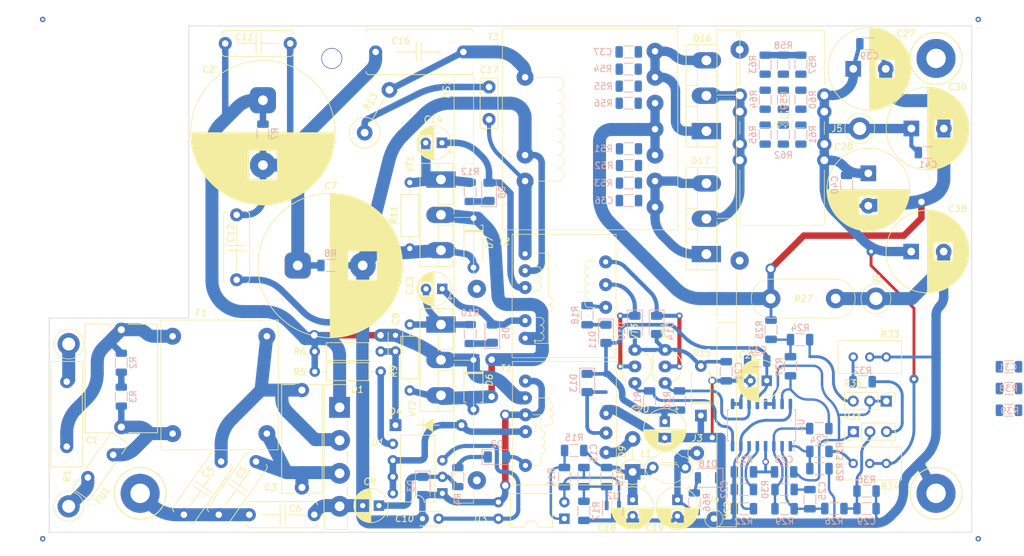
<source format=kicad_pcb>
(kicad_pcb (version 20221018) (generator pcbnew)
  (layers (0 "F.Cu" signal) (31 "B.Cu" signal) (34 "B.Paste" user) (35 "F.Paste" user) (36 "B.SilkS" user "B.Silkscreen") (37 "F.SilkS" user "F.Silkscreen") (38 "B.Mask" user) (39 "F.Mask" user) (44 "Edge.Cuts" user))
  (net 0 "")
  (net 1 "Net-(FU1-Pad1)")
  (net 2 "Net-(C1-Pad1)")
  (net 3 "Net-(C1-Pad2)")
  (net 4 "Net-(J1-Pad1)")
  (net 5 "Net-(C3-Pad1)")
  (net 6 "Earth")
  (net 7 "GND")
  (net 8 "Net-(D2-A)")
  (net 9 "Net-(D2-C)")
  (net 10 "Net-(D3-C)")
  (net 11 "Net-(D4-A)")
  (net 12 "/+310")
  (net 13 "Net-(D6-A)")
  (net 14 "/+middle")
  (net 15 "Net-(U4-CT)")
  (net 16 "Net-(D8-C)")
  (net 17 "Stb")
  (net 18 "Net-(U4-OTC)")
  (net 19 "Net-(U4-FB)")
  (net 20 "Net-(U4-2IN-)")
  (net 21 "Net-(C25-Pad1)")
  (net 22 "Net-(U4-1IN-)")
  (net 23 "Net-(D16-A1)")
  (net 24 "Net-(D16-K)")
  (net 25 "Net-(D17-A1)")
  (net 26 "Net-(U4-C1)")
  (net 27 "Net-(U4-C2)")
  (net 28 "P4")
  (net 29 "Net-(U4-RT)")
  (net 30 "Net-(D10-C)")
  (net 31 "Net-(D11-C)")
  (net 32 "Net-(D10-A)")
  (net 33 "Net-(U4-1IN+)")
  (net 34 "/+5Vn")
  (net 35 "/+12V?")
  (net 36 "Net-(D13-A)")
  (net 37 "Net-(R23-Pad2)")
  (net 38 "Net-(D5-C)")
  (net 39 "Net-(VT2-B)")
  (net 40 "Net-(VT1-B)")
  (net 41 "Net-(U2-REF)")
  (net 42 "Net-(U2-K)")
  (net 43 "Net-(U1-Vstr)")
  (net 44 "Net-(U1-VFB)")
  (net 45 "Net-(R2-Pad1)")
  (net 46 "Net-(R18-Pad1)")
  (net 47 "Net-(D9-A)")
  (net 48 "Net-(D8-A)")
  (net 49 "Net-(D5-A)")
  (net 50 "Net-(D4-C)")
  (net 51 "Net-(D14-C)")
  (net 52 "Net-(C3-Pad2)")
  (net 53 "Net-(C29-Pad2)")
  (net 54 "Net-(C17-Pad2)")
  (net 55 "Net-(C17-Pad1)")
  (net 56 "Net-(C16-Pad1)")
  (net 57 "Net-(R24-Pad1)")
  (net 58 "Net-(R32-Pad1)")
  (net 59 "Net-(R31-Pad3)")
  (net 60 "Net-(C27-Pad1)")
  (net 61 "GND1")
  (net 62 "Net-(C36-Pad2)")
  (net 63 "Net-(U3.1-A)")
  (net 64 "Net-(R24-Pad2)")
  (net 65 "Net-(C37-Pad1)")
  (net 66 "Net-(R57-Pad1)")
  (net 67 "Net-(R58-Pad1)")
  (net 68 "Net-(R59-Pad1)")
  (net 69 "Net-(R60-Pad1)")
  (net 70 "Net-(R63-Pad1)")
  (net 71 "Net-(R64-Pad1)")
  (net 72 "Net-(D18-A)")
  (net 73 "/GND0")
  (net 74 "Net-(C24-Pad1)")
  (footprint "mmods:CP3" (layer "F.Cu") (at 52.9 33.442169 -90)
    (fp_text reference "C2")
    (fp_text value "560uFx200V")
  )
  (footprint "Resistor_THT:R_Axial_DIN0207_L6.3mm_D2.5mm_P10.16mm_Horizontal" (layer "F.Cu") (at 75.5 46.12 -90)
    (fp_text reference "R11")
    (fp_text value "2k2")
  )
  (footprint "Resistor_THT:R_Axial_DIN0207_L6.3mm_D2.5mm_P10.16mm_Horizontal" (layer "F.Cu") (at 71.03 75.25 180)
    (fp_text reference "R5")
    (fp_text value "200k")
  )
  (footprint "Package_TO_SOT_THT:TO-3P-3_Vertical" (layer "F.Cu") (at 121.15 38.2 90)
    (fp_text reference "D16")
    (fp_text value "~")
  )
  (footprint "_aConnectors:1PIN1.4mmD" (layer "F.Cu") (at 119.7 87.8)
    (fp_text reference "J3")
    (fp_text value "CONN01PIN" hide)
  )
  (footprint "mmods:CP4" (layer "F.Cu") (at 152.7 37.8)
    (fp_text reference "C30")
    (fp_text value "470x63")
  )
  (footprint "Resistor_THT:R_Axial_DIN0414_L11.9mm_D4.5mm_P7.62mm_Vertical" (layer "F.Cu") (at 68.5575 38.444893 60)
    (fp_text reference "R13")
    (fp_text value "47")
  )
  (footprint "_aTransformers:Transformer_HM1243" (layer "F.Cu") (at 93.3 89.7)
    (fp_text reference "T1")
    (fp_text value "HM1243")
  )
  (footprint "mmods:CP2" (layer "F.Cu") (at 83.75 26 180)
    (fp_text reference "C16")
    (fp_text value "2uF" hide)
  )
  (footprint "mmods:CPD11mmW5mmP10mm01" (layer "F.Cu") (at 40.732118 97.29576 55)
    (fp_text reference "C4")
    (fp_text value "4700")
  )
  (footprint "Diode_THT:D_A-405_P7.62mm_Horizontal" (layer "F.Cu") (at 85.3 73.45 -90)
    (fp_text reference "D6")
    (fp_text value "PR1007" hide)
  )
  (footprint "mmods:CP3" (layer "F.Cu") (at 58.255113 58.9)
    (fp_text reference "C7")
    (fp_text value "560uFx200V" hide)
  )
  (footprint "mmods:Radiator_2PSU1" (layer "F.Cu") (at 84.325 62.5)
    (fp_text reference "HS1")
    (fp_text value "RADIATOR2PSU1")
  )
  (footprint "Package_DIP:DIP-4_W10.16mm" (layer "F.Cu") (at 99.3 97.9 180)
    (fp_text reference "U3")
    (fp_text value "817")
  )
  (footprint "Capacitor_THT:CP_Radial_D6.3mm_P2.50mm" (layer "F.Cu") (at 114.75 82.95 -90)
    (fp_text reference "C20")
    (fp_text value "47uF")
  )
  (footprint "Diode_THT:D_A-405_P7.62mm_Horizontal" (layer "F.Cu") (at 85.3 51.6 -90)
    (fp_text reference "D7")
    (fp_text value "PR1007" hide)
  )
  (footprint "Diode_THT:D_A-405_P7.62mm_Horizontal" (layer "F.Cu") (at 120.3 82.01 90)
    (fp_text reference "D15")
    (fp_text value "PR1007" hide)
  )
  (footprint "Capacitor_THT:C_Rect_L16.5mm_W6.0mm_P15.00mm_MKT" (layer "F.Cu") (at 58.9 93.1 90)
    (fp_text reference "C3")
    (fp_text value "0,1")
  )
  (footprint "Resistor_THT:R_Axial_DIN0207_L6.3mm_D2.5mm_P10.16mm_Horizontal" (layer "F.Cu") (at 75.5 68 -90)
    (fp_text reference "R9")
    (fp_text value "2k2")
  )
  (footprint "mmods:CPD11mmW5mmP10mm01" (layer "F.Cu") (at 60.8 97.29576 180)
    (fp_text reference "C6")
    (fp_text value "4700")
  )
  (footprint "Package_TO_SOT_THT:TO-3P-3_Vertical" (layer "F.Cu") (at 121.15 57.15 90)
    (fp_text reference "D17")
    (fp_text value "~")
  )
  (footprint "mmods:CPD1" (layer "F.Cu") (at 22.7 76.8 -90)
    (fp_text reference "R1")
    (fp_text value "t°" hide)
  )
  (footprint "mmods:CP4" (layer "F.Cu") (at 152.676041 56.75)
    (fp_text reference "C38")
    (fp_text value "470x63")
  )
  (footprint "Connector_PinHeader_2.54mm:PinHeader_1x03_P2.54mm_Vertical" (layer "F.Cu") (at 148.835 79.8 -90)
    (fp_text reference "R35")
    (fp_text value "10k")
  )
  (footprint "mmods:CPD11mmW5mmP10mm01" (layer "F.Cu") (at 48.85 61.1 90)
    (fp_text reference "C12")
    (fp_text value "4700")
  )
  (footprint "Capacitor_THT:C_Rect_L16.5mm_W10.9mm_P15.00mm_MKT" (layer "F.Cu") (at 31.1 83.8 90)
    (fp_text reference "C1")
    (fp_text value "0,1")
  )
  (footprint "mmods:CPD11mmW5mmP10mm01" (layer "F.Cu") (at 51.835764 89.10424 -125)
    (fp_text reference "C5")
    (fp_text value "4700")
  )
  (footprint "Capacitor_THT:CP_Radial_D6.3mm_P2.50mm" (layer "F.Cu") (at 116.7 95.017621 -90)
    (fp_text reference "C19")
    (fp_text value "47uF")
  )
  (footprint "_aTransistors:TO-92IW" (layer "F.Cu") (at 110.14 71.91 -90)
    (fp_text reference "VT3")
    (fp_text value "2SC945")
  )
  (footprint "Potentiometer_THT:Potentiometer_Bourns_3296W_Vertical" (layer "F.Cu") (at 143.76 89.4 180)
    (fp_text reference "R34")
    (fp_text value "4k7")
  )
  (footprint "Capacitor_THT:CP_Radial_D6.3mm_P2.50mm" (layer "F.Cu") (at 109.8 95 -90)
    (fp_text reference "C18")
    (fp_text value "47uF")
  )
  (footprint "Potentiometer_THT:Potentiometer_Bourns_3296W_Vertical" (layer "F.Cu") (at 143.76 73 180)
    (fp_text reference "R33")
    (fp_text value "500")
  )
  (footprint "Resistor_THT:R_Axial_DIN0207_L6.3mm_D2.5mm_P10.16mm_Horizontal" (layer "F.Cu") (at 71.03 72.15 180)
    (fp_text reference "R6")
    (fp_text value "47k")
  )
  (footprint "_aConnectors:1PIN2mmD" (layer "F.Cu") (at 23 71)
    (fp_text reference "J1" hide)
    (fp_text value "CONN01PIN" hide)
  )
  (footprint "Package_TO_SOT_THT:TO-3PB-3_Vertical" (layer "F.Cu") (at 80.3 68 -90)
    (fp_text reference "VT2")
    (fp_text value "D209L")
  )
  (footprint "mmods:Diode10mm-DA-405" (layer "F.Cu") (at 73.3 83.5)
    (fp_text reference "D4")
    (fp_text value "PR1007" hide)
  )
  (footprint "Diode_THT:Diode_Bridge_Vishay_GBU" (layer "F.Cu") (at 64.7 80.76 -90)
    (fp_text reference "D1")
    (fp_text value "GBU606")
  )
  (footprint "_aConnectors:1PIN2mmD" (layer "F.Cu") (at 144.75 37.8)
    (fp_text reference "J5")
    (fp_text value "CONN01PIN" hide)
  )
  (footprint "Capacitor_THT:C_Disc_D7.5mm_W2.5mm_P5.00mm" (layer "F.Cu") (at 87.7 36.4 90)
    (fp_text reference "C17")
    (fp_text value "3300")
  )
  (footprint "MountingHole:MountingHole_3.2mm_M3_Pad" (layer "F.Cu") (at 156.5 27)
    (fp_text reference "H2" hide)
    (fp_text value "Earth")
  )
  (footprint "Diode_THT:D_DO-15_P5.08mm_Vertical_AnodeUp" (layer "F.Cu") (at 109.8 90.7 90)
    (fp_text reference "D9")
    (fp_text value "~" hide)
  )
  (footprint "_aTransformers:Transformer_YC1306" (layer "F.Cu") (at 93.25 70.1)
    (fp_text reference "T2")
    (fp_text value "YC13006" hide)
  )
  (footprint "Capacitor_THT:C_Disc_D3.0mm_W2.0mm_P2.50mm" (layer "F.Cu") (at 77.45 97.9)
    (fp_text reference "C10")
    (fp_text value "0,1")
  )
  (footprint "Capacitor_THT:CP_Radial_D5.0mm_P2.50mm" (layer "F.Cu") (at 80.455113 40 180)
    (fp_text reference "C14")
    (fp_text value "2,2uF")
  )
  (footprint "Connector_PinHeader_2.54mm:PinHeader_1x03_P2.54mm_Vertical" (layer "F.Cu") (at 143.785 84.5 90)
    (fp_text reference "R31")
    (fp_text value "1k")
  )
  (footprint "_aTransformers:dross02" (layer "F.Cu") (at 126.3 42.7)
    (fp_text reference "L2")
    (fp_text value "LFERR" hide)
  )
  (footprint "MountingHole:MountingHole_3.2mm_M3_Pad" (layer "F.Cu") (at 156.5 94)
    (fp_text reference "H3" hide)
    (fp_text value "Earth")
  )
  (footprint "_aTransistors:TO-92IW" (layer "F.Cu") (at 114.8 71.91 -90)
    (fp_text reference "VT4")
    (fp_text value "2SC945")
  )
  (footprint "Capacitor_THT:CP_Radial_D6.3mm_P2.50mm" (layer "F.Cu") (at 130.45 76.65 180)
    (fp_text reference "C26")
    (fp_text value "10uF")
  )
  (footprint "mmods:Radiator_2PSU2" (layer "F.Cu") (at 124.775 55.65)
    (fp_text reference "HS2")
    (fp_text value "RADIATOR2PSU1")
  )
  (footprint "_aTransformers:dross01" (layer "F.Cu") (at 115.4 90.025)
    (fp_text reference "L1")
    (fp_text value "LFERR" hide)
  )
  (footprint "_aConnectors:1PIN1.4mmD" (layer "F.Cu") (at 122.3 97.9)
    (fp_text reference "J4")
    (fp_text value "CONN01PIN" hide)
  )
  (footprint "_aConnectors:1PIN2mmD" (layer "F.Cu") (at 147.25 64)
    (fp_text reference "J6")
    (fp_text value "CONN01PIN" hide)
  )
  (footprint "Package_TO_SOT_THT:TO-3PB-3_Vertical" (layer "F.Cu") (at 80.3 45.65 -90)
    (fp_text reference "VT1")
    (fp_text value "D209L")
  )
  (footprint "mmods:CP4" (layer "F.Cu") (at 143.752082 28.6)
    (fp_text reference "C27")
    (fp_text value "470x63")
  )
  (footprint "MountingHole:MountingHole_3.2mm_M3_Pad" (layer "F.Cu") (at 34 94)
    (fp_text reference "H1" hide)
    (fp_text value "Earth")
  )
  (footprint "_aConnectors:1PIN2mmD" (layer "F.Cu") (at 23 96)
    (fp_text reference "J2" hide)
    (fp_text value "CONN01PIN" hide)
  )
  (footprint "mmods:CPD11mmW5mmP10mm01" (layer "F.Cu") (at 57.1 24.7 180)
    (fp_text reference "C11")
    (fp_text value "4700")
  )
  (footprint "mmods:CP4" (layer "F.Cu") (at 146.076041 44.7 -90)
    (fp_text reference "C28")
    (fp_text value "470x63")
  )
  (footprint "_aTransformers:EMIF" (layer "F.Cu") (at 47 77.3)
    (fp_text reference "F1")
    (fp_text value "F" hide)
  )
  (footprint "Fuse:Fuse_Bourns_MF-RG500" (layer "F.Cu") (at 25.945227 91.557716 55)
    (fp_text reference "FU1")
    (fp_text value "1A")
  )
  (footprint "_aTransformers:Transformer_HB1306" (layer "F.Cu") (at 93.25 25.9 -90)
    (fp_text reference "T3")
    (fp_text value "HB13006" hide)
  )
  (footprint "Package_DIP:DIP-8_W7.62mm" (layer "F.Cu") (at 80.52 94 180)
    (fp_text reference "U1")
    (fp_text value "DM311")
  )
  (footprint "Capacitor_THT:CP_Radial_D5.0mm_P2.50mm" (layer "F.Cu") (at 70.755113 95.89 180)
    (fp_text reference "C9")
    (fp_text value "47uF")
  )
  (footprint "Capacitor_THT:C_Disc_D3.0mm_W2.0mm_P2.50mm" (layer "F.Cu") (at 73.3 72.15 90)
    (fp_text reference "C8")
    (fp_text value "2n2")
  )
  (footprint "ma_misc:RSHUNT1" (layer "F.Cu") (at 131.05 64)
    (fp_text reference "R27")
    (fp_text value "*" hide)
  )
  (footprint "MountingHole:MountingHole_3.2mm_M3" (layer "F.Cu") (at 63.5 27)
    (fp_text reference "H4" hide)
    (fp_text value "MountingHole")
  )
  (footprint "Capacitor_THT:CP_Radial_D5.0mm_P2.50mm" (layer "F.Cu") (at 80.5 62.5 180)
    (fp_text reference "C13")
    (fp_text value "2,2uF")
  )
  (footprint "Resistor_SMD:R_1206_3216Metric" (layer "B.Cu") (at 130.2 38.7375 90)
    (fp_text reference "R65")
    (fp_text value "10")
  )
  (footprint "Resistor_SMD:R_1206_3216Metric" (layer "B.Cu") (at 109.2 28.653333 180)
    (fp_text reference "R54")
    (fp_text value "10")
  )
  (footprint "Resistor_SMD:R_1206_3216Metric" (layer "B.Cu") (at 119.3 95.4 -90)
    (fp_text reference "R66")
    (fp_text value "10")
  )
  (footprint "Capacitor_SMD:C_1206_3216Metric" (layer "B.Cu") (at 167.725 81.2 180)
    (fp_text reference "R39")
    (fp_text value "1M")
  )
  (footprint "Capacitor_SMD:C_1206_3216Metric" (layer "B.Cu") (at 63.3 58.9 180)
    (fp_text reference "R8")
    (fp_text value "330k")
  )
  (footprint "Resistor_SMD:R_1206_3216Metric" (layer "B.Cu") (at 135.7 27.9625 90)
    (fp_text reference "R57")
    (fp_text value "10")
  )
  (footprint "Diode_SMD:D_1206_3216Metric" (layer "B.Cu") (at 88.92 88.4)
    (fp_text reference "D2")
    (fp_text value "4148")
  )
  (footprint "Capacitor_SMD:C_1206_3216Metric" (layer "B.Cu") (at 155.25 41.5)
    (fp_text reference "C41")
    (fp_text value "0,1")
  )
  (footprint "Diode_SMD:D_1206_3216Metric" (layer "B.Cu") (at 88.2 69.4 90)
    (fp_text reference "D5")
    (fp_text value "4148")
  )
  (footprint "Resistor_SMD:R_1206_3216Metric" (layer "B.Cu") (at 31.1 79.1 90)
    (fp_text reference "R3")
    (fp_text value "560k")
  )
  (footprint "Resistor_SMD:R_1206_3216Metric" (layer "B.Cu") (at 109.2 33.9 180)
    (fp_text reference "R56")
    (fp_text value "10")
  )
  (footprint "Resistor_SMD:R_1206_3216Metric" (layer "B.Cu") (at 109.2375 46.2 180)
    (fp_text reference "R53")
    (fp_text value "10")
  )
  (footprint "Resistor_SMD:R_1206_3216Metric" (layer "B.Cu") (at 135.7 38.7375 90)
    (fp_text reference "R61")
    (fp_text value "10")
  )
  (footprint "Resistor_SMD:R_1206_3216Metric" (layer "B.Cu") (at 109.2375 43.5 180)
    (fp_text reference "R52")
    (fp_text value "10")
  )
  (footprint "Resistor_SMD:R_1206_3216Metric" (layer "B.Cu") (at 109.2 31.276666 180)
    (fp_text reference "R55")
    (fp_text value "10")
  )
  (footprint "Capacitor_SMD:C_1206_3216Metric" (layer "B.Cu") (at 137.0825 94.9 -90)
    (fp_text reference "C25")
    (fp_text value "0,01")
  )
  (footprint "Package_SO:SOIC-16_4.55x10.3mm_P1.27mm" (layer "B.Cu") (at 129.6325 83.4825 90)
    (fp_text reference "U4")
    (fp_text value "TL494IDR")
  )
  (footprint "Diode_SMD:D_1206_3216Metric" (layer "B.Cu") (at 77.5 92.86 -90)
    (fp_text reference "D3")
    (fp_text value "5v1")
  )
  (footprint "Resistor_SMD:R_1206_3216Metric" (layer "B.Cu") (at 84.8 47.57 -90)
    (fp_text reference "R12")
    (fp_text value "10")
  )
  (footprint "Capacitor_SMD:C_1206_3216Metric" (layer "B.Cu") (at 133.1175 90.7)
    (fp_text reference "C23")
    (fp_text value "2,2")
  )
  (footprint "Diode_SMD:D_1206_3216Metric" (layer "B.Cu") (at 110.14 68.05 -90)
    (fp_text reference "D10")
    (fp_text value "4148")
  )
  (footprint "Capacitor_SMD:C_1206_3216Metric" (layer "B.Cu") (at 99.3 91.5 90)
    (fp_text reference "R14")
    (fp_text value "2k7")
  )
  (footprint "Capacitor_SMD:C_1206_3216Metric" (layer "B.Cu") (at 131.1 68.8 90)
    (fp_text reference "R25")
    (fp_text value "82")
  )
  (footprint "Capacitor_SMD:C_1206_3216Metric" (layer "B.Cu") (at 109.2 26)
    (fp_text reference "C37")
    (fp_text value "0,1")
  )
  (footprint "Capacitor_SMD:C_1206_3216Metric" (layer "B.Cu") (at 138.55 90.2 180)
    (fp_text reference "R28")
    (fp_text value "5k6")
  )
  (footprint "Resistor_SMD:R_1206_3216Metric" (layer "B.Cu") (at 135.7 33.3625 90)
    (fp_text reference "R60")
    (fp_text value "10")
  )
  (footprint "Capacitor_SMD:C_1206_3216Metric" (layer "B.Cu") (at 112.4 79.7 -90)
    (fp_text reference "R19")
    (fp_text value "4k7")
  )
  (footprint "Capacitor_SMD:C_1206_3216Metric" (layer "B.Cu") (at 100.8 87.4)
    (fp_text reference "R15")
    (fp_text value "2k7")
  )
  (footprint "Resistor_SMD:R_1206_3216Metric" (layer "B.Cu") (at 31.1 73.875 90)
    (fp_text reference "R2")
    (fp_text value "560k")
  )
  (footprint "Capacitor_SMD:C_1206_3216Metric" (layer "B.Cu") (at 167.725 74.5 180)
    (fp_text reference "C31")
    (fp_text value "0,1")
  )
  (footprint "Capacitor_SMD:C_1206_3216Metric" (layer "B.Cu") (at 124.2 75.2 -90)
    (fp_text reference "C21")
    (fp_text value "4,7uF")
  )
  (footprint "Capacitor_SMD:C_1206_3216Metric" (layer "B.Cu") (at 128.975 73.6)
    (fp_text reference "C32")
    (fp_text value "0,1")
  )
  (footprint "Capacitor_SMD:C_1206_3216Metric" (layer "B.Cu") (at 135.575 70.325 180)
    (fp_text reference "R24")
    (fp_text value "2k4")
  )
  (footprint "Capacitor_SMD:C_1206_3216Metric" (layer "B.Cu") (at 126.925 90.7)
    (fp_text reference "R21")
    (fp_text value "10k")
  )
  (footprint "Capacitor_SMD:C_1206_3216Metric" (layer "B.Cu") (at 142.75 46.5 -90)
    (fp_text reference "C40")
    (fp_text value "0,1")
  )
  (footprint "Capacitor_SMD:C_1206_3216Metric" (layer "B.Cu") (at 126.925 93.4)
    (fp_text reference "C22")
    (fp_text value "1n")
  )
  (footprint "Resistor_SMD:R_1206_3216Metric" (layer "B.Cu") (at 130.2 33.3625 90)
    (fp_text reference "R64")
    (fp_text value "10")
  )
  (footprint "Diode_SMD:D_1206_3216Metric" (layer "B.Cu") (at 87.7 47.55 90)
    (fp_text reference "D8")
    (fp_text value "4148")
  )
  (footprint "Capacitor_SMD:C_1206_3216Metric" (layer "B.Cu") (at 140.85 96.35)
    (fp_text reference "R26")
    (fp_text value "4k7")
  )
  (footprint "Capacitor_SMD:C_1206_3216Metric" (layer "B.Cu") (at 145.8 96.35 180)
    (fp_text reference "C29")
    (fp_text value "1*")
  )
  (footprint "Resistor_SMD:R_1206_3216Metric" (layer "B.Cu") (at 84.8 69.4625 -90)
    (fp_text reference "R10")
    (fp_text value "10")
  )
  (footprint "Capacitor_SMD:C_1206_3216Metric" (layer "B.Cu") (at 102.3 91.5 -90)
    (fp_text reference "C15")
    (fp_text value "1uF")
  )
  (footprint "Capacitor_SMD:C_1206_3216Metric" (layer "B.Cu") (at 133.1825 93.4 180)
    (fp_text reference "R30")
    (fp_text value "33k")
  )
  (footprint "Diode_SMD:D_1206_3216Metric" (layer "B.Cu") (at 113.5 68.05 -90)
    (fp_text reference "D14")
    (fp_text value "4148")
  )
  (footprint "Resistor_SMD:R_1206_3216Metric" (layer "B.Cu") (at 133 33.3625 90)
    (fp_text reference "R59")
    (fp_text value "10")
  )
  (footprint "Capacitor_SMD:C_1206_3216Metric" (layer "B.Cu") (at 105.8 91.5 90)
    (fp_text reference "R16")
    (fp_text value "1k6")
  )
  (footprint "Capacitor_SMD:C_1206_3216Metric" (layer "B.Cu") (at 52.9 38.6 90)
    (fp_text reference "R7")
    (fp_text value "330k")
  )
  (footprint "Capacitor_SMD:C_1206_3216Metric" (layer "B.Cu") (at 102.3 96.7 90)
    (fp_text reference "R17")
    (fp_text value "1k5")
  )
  (footprint "Diode_SMD:D_1206_3216Metric" (layer "B.Cu") (at 105.7 69.43 -90)
    (fp_text reference "D11")
    (fp_text value "4148")
  )
  (footprint "Capacitor_SMD:C_1206_3216Metric" (layer "B.Cu") (at 138.525 84.025 180)
    (fp_text reference "C24")
    (fp_text value "0,01")
  )
  (footprint "Capacitor_SMD:C_1206_3216Metric" (layer "B.Cu") (at 145.2 76.8)
    (fp_text reference "R32")
    (fp_text value "470")
  )
  (footprint "Capacitor_SMD:C_1206_3216Metric" (layer "B.Cu") (at 109.2375 48.9 180)
    (fp_text reference "C36")
    (fp_text value "0,1")
  )
  (footprint "Resistor_SMD:R_1206_3216Metric" (layer "B.Cu") (at 82.9 91.5 90)
    (fp_text reference "R4")
    (fp_text value "100")
  )
  (footprint "Resistor_SMD:R_1206_3216Metric" (layer "B.Cu") (at 109.2375 40.92 180)
    (fp_text reference "R51")
    (fp_text value "10")
  )
  (footprint "Capacitor_SMD:C_1206_3216Metric" (layer "B.Cu") (at 138.55 87.55)
    (fp_text reference "R23")
    (fp_text value "33k")
  )
  (footprint "Capacitor_SMD:C_1206_3216Metric" (layer "B.Cu") (at 167.725 77.85 180)
    (fp_text reference "R38")
    (fp_text value "33k")
  )
  (footprint "LED_SMD:LED_1206_3216Metric_ReverseMount_Hole1.8x2.4mm" (layer "B.Cu") (at 121.4 91.6 180)
    (fp_text reference "D18")
    (fp_text value "LED")
  )
  (footprint "Resistor_SMD:R_1206_3216Metric" (layer "B.Cu") (at 133 38.7375 90)
    (fp_text reference "R62")
    (fp_text value "10")
  )
  (footprint "Capacitor_SMD:C_1206_3216Metric" (layer "B.Cu") (at 126.925 96.375)
    (fp_text reference "R22")
    (fp_text value "15k")
  )
  (footprint "Diode_SMD:D_1206_3216Metric" (layer "B.Cu") (at 102.8 77 -90)
    (fp_text reference "D13")
    (fp_text value "ES1J")
  )
  (footprint "Package_TO_SOT_SMD:SOT-23" (layer "B.Cu") (at 106.75 96.8 -90)
    (fp_text reference "U2")
    (fp_text value "TL431LP")
  )
  (footprint "Capacitor_SMD:C_1206_3216Metric" (layer "B.Cu") (at 102.8 66.555 -90)
    (fp_text reference "R18")
    (fp_text value "1k5")
  )
  (footprint "Capacitor_SMD:C_1206_3216Metric" (layer "B.Cu") (at 134.1 74.425 -90)
    (fp_text reference "R37")
    (fp_text value "8k2")
  )
  (footprint "Resistor_SMD:R_1206_3216Metric" (layer "B.Cu") (at 130.2 27.9625 90)
    (fp_text reference "R63")
    (fp_text value "10")
  )
  (footprint "Capacitor_SMD:C_1206_3216Metric" (layer "B.Cu") (at 133.1825 96.375 180)
    (fp_text reference "R29")
    (fp_text value "1M")
  )
  (footprint "Capacitor_SMD:C_1206_3216Metric" (layer "B.Cu") (at 146.25 24.75)
    (fp_text reference "C39")
    (fp_text value "0,1")
  )
  (footprint "Resistor_SMD:R_1206_3216Metric" (layer "B.Cu") (at 133 27.9625 90)
    (fp_text reference "R58")
    (fp_text value "10")
  )
  (footprint "Capacitor_SMD:C_1206_3216Metric" (layer "B.Cu") (at 145.8 93.65 180)
    (fp_text reference "R36")
    (fp_text value "22k")
  )
  (footprint "Capacitor_SMD:C_1206_3216Metric" (layer "B.Cu") (at 117 79.7 -90)
    (fp_text reference "R20")
    (fp_text value "4k7")
  )
  (gr_circle (center 156.5 94) (end 160.5 94) (stroke (width 0.15)) (fill none) (layer "F.SilkS"))
  (gr_circle (center 156.5 27) (end 160.5 27) (stroke (width 0.15)) (fill none) (layer "F.SilkS"))
  (gr_circle (center 34 94) (end 38 94) (stroke (width 0.15)) (fill none) (layer "F.SilkS"))
  (gr_line (start 162 22) (end 41.5 22) (stroke (width 0.1)) (layer "Edge.Cuts"))
  (gr_line (start 20 100) (end 162 100) (stroke (width 0.1)) (layer "Edge.Cuts"))
  (gr_line (start 41.5 22) (end 41.5 67) (stroke (width 0.1)) (layer "Edge.Cuts"))
  (gr_line (start 41.5 67) (end 20 67) (stroke (width 0.1)) (layer "Edge.Cuts"))
  (gr_line (start 20 67) (end 20 100) (stroke (width 0.1)) (layer "Edge.Cuts"))
  (gr_line (start 162 22) (end 162 100) (stroke (width 0.1)) (layer "Edge.Cuts"))
  (via (at 163 21) (size 0.83) (drill 0.4) (layers "F.Cu" "B.Cu") (net 0))
  (via (at 163 101) (size 0.83) (drill 0.4) (layers "F.Cu" "B.Cu") (net 0))
  (via (at 19 21) (size 0.83) (drill 0.4) (layers "F.Cu" "B.Cu") (net 0))
  (via (at 19 101) (size 0.83) (drill 0.4) (layers "F.Cu" "B.Cu") (net 0))
  (segment (start 25.415937 93.584062) (end 23 96) (width 2) (layer "B.Cu") (net 1))
  (segment (start 25.945227 92.306244) (end 25.945227 91.557716) (width 2) (layer "B.Cu") (net 1))
  (arc (start 25.945227 92.306244) (mid 25.807669 92.997794) (end 25.415937 93.584062) (width 2) (layer "B.Cu") (net 1))
  (segment (start 31.042558 88.068332) (end 29.853449 88.068332) (width 2) (layer "B.Cu") (net 2))
  (segment (start 33.792893 83.8) (end 31.1 83.8) (width 2) (layer "B.Cu") (net 2))
  (segment (start 35.5 84.8) (end 33.072495 87.227504) (width 2) (layer "B.Cu") (net 2))
  (segment (start 31.1 80.575) (end 31.1 83.8) (width 1) (layer "B.Cu") (net 2))
  (segment (start 35.5 84.8) (end 38.2 84.8) (width 2) (layer "B.Cu") (net 2))
  (segment (start 35.5 84.8) (end 35 84.3) (width 2) (layer "B.Cu") (net 2))
  (arc (start 35 84.3) (mid 34.446174 83.929945) (end 33.792893 83.8) (width 2) (layer "B.Cu") (net 2))
  (arc (start 33.072495 87.227504) (mid 32.141152 87.849807) (end 31.042558 88.068332) (width 2) (layer "B.Cu") (net 2))
  (segment (start 36.107106 69.8) (end 38.2 69.8) (width 2) (layer "B.Cu") (net 3))
  (segment (start 29.45 70.75) (end 29.15 70.75) (width 1) (layer "B.Cu") (net 3))
  (segment (start 25.806206 79.393792) (end 24.220279 80.97972) (width 2) (layer "B.Cu") (net 3))
  (segment (start 27.4 75.546036) (end 27.4 73.737436) (width 2) (layer "B.Cu") (net 3))
  (segment (start 22.7 84.65) (end 22.7 86.8) (width 2) (layer "B.Cu") (net 3))
  (segment (start 30.025 69.875) (end 31.1 68.8) (width 2) (layer "B.Cu") (net 3))
  (segment (start 30.025 69.875) (end 28.275 71.625) (width 2) (layer "B.Cu") (net 3))
  (segment (start 31.1 72.4) (end 29.45 70.75) (width 1) (layer "B.Cu") (net 3))
  (segment (start 31.1 68.8) (end 33.692893 68.8) (width 2) (layer "B.Cu") (net 3))
  (arc (start 27.4 75.546036) (mid 26.985786 77.628426) (end 25.806206 79.393792) (width 2) (layer "B.Cu") (net 3))
  (arc (start 34.9 69.3) (mid 35.453825 69.670054) (end 36.107106 69.8) (width 2) (layer "B.Cu") (net 3))
  (arc (start 34.9 69.3) (mid 34.346174 68.929945) (end 33.692893 68.8) (width 2) (layer "B.Cu") (net 3))
  (arc (start 24.220279 80.97972) (mid 23.095107 82.663658) (end 22.7 84.65) (width 2) (layer "B.Cu") (net 3))
  (arc (start 28.275 71.625) (mid 27.627405 72.594194) (end 27.4 73.737436) (width 2) (layer "B.Cu") (net 3))
  (segment (start 23 71) (end 23 76.5) (width 2) (layer "B.Cu") (net 4))
  (segment (start 23 76.5) (end 22.7 76.8) (width 2) (layer "B.Cu") (net 4))
  (segment (start 56.556856 90.81) (end 53.5 84.8) (width 2) (layer "B.Cu") (net 5))
  (segment (start 56.556856 90.81) (end 51.835764 89.10424) (width 2) (layer "B.Cu") (net 5))
  (segment (start 61.243144 90.81) (end 64.65 90.81) (width 2) (layer "B.Cu") (net 5))
  (segment (start 61.243144 90.81) (end 56.556856 90.81) (width 2) (layer "B.Cu") (net 5))
  (segment (start 58.9 93.1) (end 58.9 90.81) (width 2) (layer "B.Cu") (net 5))
  (segment (start 35.701967 95.701967) (end 34 94) (width 2) (layer "B.Cu") (net 6))
  (segment (start 39.549723 97.29576) (end 50.8 97.29576) (width 2) (layer "B.Cu") (net 6))
  (arc (start 35.701967 95.701967) (mid 37.467332 96.881546) (end 39.549723 97.29576) (width 2) (layer "B.Cu") (net 6))
  (segment (start 122.05 76.65) (end 122.05 85.1) (width 0.44) (layer "F.Cu") (net 7))
  (via (at 122.05 85.417621) (size 1.2) (drill 0.8) (layers "F.Cu" "B.Cu") (net 7))
  (via (at 122.05 76.65) (size 1.2) (drill 0.8) (layers "F.Cu" "B.Cu") (net 7))
  (segment (start 122.05 85.417621) (end 123.4 85.417621) (width 1.44) (layer "B.Cu") (net 7))
  (segment (start 126.4575 79.5875) (end 126.4575 80.2325) (width 0.44) (layer "B.Cu") (net 7))
  (segment (start 134.0775 81.422724) (end 134.0775 80.2325) (width 0.44) (layer "B.Cu") (net 7))
  (segment (start 123.4 92.4) (end 123.4 98.45) (width 1.44) (layer "B.Cu") (net 7))
  (segment (start 125.45 96.375) (end 125.45 98.35) (width 0.63) (layer "B.Cu") (net 7))
  (segment (start 152.406987 90.843012) (end 153.924999 89.324999) (width 1.44) (layer "B.Cu") (net 7))
  (segment (start 140.025 93.141636) (end 140.025 90.2) (width 0.37) (layer "B.Cu") (net 7))
  (segment (start 127.95 76.65) (end 122.05 76.65) (width 0.63) (layer "B.Cu") (net 7))
  (segment (start 146.3 73) (end 156.3 73) (width 0.44) (layer "B.Cu") (net 7))
  (segment (start 140.85 98.6) (end 147.107923 98.6) (width 1.44) (layer "B.Cu") (net 7))
  (segment (start 130.456397 82.75) (end 132.750224 82.75) (width 0.44) (layer "B.Cu") (net 7))
  (segment (start 122.05 98.45) (end 122.2 98.6) (width 0.44) (layer "B.Cu") (net 7))
  (segment (start 157.676041 56.75) (end 157.676041 59.073959) (width 2) (layer "B.Cu") (net 7))
  (segment (start 149.399014 97.648482) (end 150.296805 96.750691) (width 1.44) (layer "B.Cu") (net 7))
  (segment (start 123.4 85.417621) (end 114.10881 85.417621) (width 1.44) (layer "B.Cu") (net 7))
  (segment (start 126.0297 88.370299) (end 125.95375 88.44625) (width 0.37) (layer "B.Cu") (net 7))
  (segment (start 125.45 90.7) (end 125.45 96.375) (width 0.63) (layer "B.Cu") (net 7))
  (segment (start 153.924999 89.324999) (end 156.5 94) (width 1.44) (layer "B.Cu") (net 7))
  (segment (start 156.5 84.496035) (end 156.5 73.2) (width 1.44) (layer "B.Cu") (net 7))
  (segment (start 156.4 72.2) (end 156.5 72.3) (width 0.44) (layer "B.Cu") (net 7))
  (segment (start 113.099586 84.999586) (end 112.90881 84.80881) (width 1.44) (layer "B.Cu") (net 7))
  (segment (start 157.676041 63.742372) (end 157.676041 56.75) (width 1.44) (layer "B.Cu") (net 7))
  (segment (start 156.5 73.2) (end 156.5 72.3) (width 1.44) (layer "B.Cu") (net 7))
  (segment (start 152.75 64) (end 141.05 64) (width 2) (layer "B.Cu") (net 7))
  (segment (start 153.924999 89.324999) (end 154.906207 88.343791) (width 1.44) (layer "B.Cu") (net 7))
  (segment (start 127.95 77.05) (end 127.95 76.65) (width 0.44) (layer "B.Cu") (net 7))
  (segment (start 117.782379 98.6) (end 116.7 97.517621) (width 1.44) (layer "B.Cu") (net 7))
  (segment (start 126.4575 85.9125) (end 126.4575 86.7325) (width 0.44) (layer "B.Cu") (net 7))
  (segment (start 127.667157 77.732842) (end 126.913583 78.486416) (width 0.44) (layer "B.Cu") (net 7))
  (segment (start 125.45 98.35) (end 125.2 98.6) (width 0.63) (layer "B.Cu") (net 7))
  (segment (start 127.95 76.65) (end 127.5 73.6) (width 0.44) (layer "B.Cu") (net 7))
  (segment (start 123.4 85.417621) (end 123.4 92.4) (width 1.44) (layer "B.Cu") (net 7))
  (segment (start 147.275 97.685016) (end 148.05 98.460016) (width 0.37) (layer "B.Cu") (net 7))
  (segment (start 156.3 73) (end 156.5 73.2) (width 0.44) (layer "B.Cu") (net 7))
  (segment (start 126.4575 87.3375) (end 126.4575 86.7325) (width 0.37) (layer "B.Cu") (net 7))
  (segment (start 122.2 98.6) (end 117.782379 98.6) (width 1.44) (layer "B.Cu") (net 7))
  (segment (start 140.85 98.6) (end 125.2 98.6) (width 1.44) (layer "B.Cu") (net 7))
  (segment (start 116.042621 98.175) (end 116.7 97.517621) (width 0.63) (layer "B.Cu") (net 7))
  (segment (start 125.45 90.7) (end 125.45 89.66241) (width 0.37) (layer "B.Cu") (net 7))
  (segment (start 147.275 93.65) (end 147.275 97.685016) (width 0.37) (layer "B.Cu") (net 7))
  (segment (start 125.2 98.6) (end 122.2 98.6) (width 1.44) (layer "B.Cu") (net 7))
  (segment (start 102.3 98.175) (end 116.042621 98.175) (width 0.63) (layer "B.Cu") (net 7))
  (segment (start 106.35 81.1) (end 105.7 81.1) (width 1.44) (layer "B.Cu") (net 7))
  (segment (start 157.676041 59.073959) (end 152.75 64) (width 2) (layer "B.Cu") (net 7))
  (segment (start 140.85 95.133363) (end 140.85 98.6) (width 0.37) (layer "B.Cu") (net 7))
  (segment (start 127.628749 83.921249) (end 127.037327 84.512672) (width 0.44) (layer "B.Cu") (net 7))
  (segment (start 111.556805 83.765301) (end 107.561071 81.428174) (width 1.44) (layer "B.Cu") (net 7))
  (segment (start 156.5 66.581586) (end 156.5 72.3) (width 1.44) (layer "B.Cu") (net 7))
  (segment (start 125.1875 80.2325) (end 126.4575 80.2325) (width 0.56) (layer "B.Cu") (net 7))
  (segment (start 151.5 93.65) (end 151.5 93.032675) (width 1.44) (layer "B.Cu") (net 7))
  (segment (start 120.3 82.01) (end 120.3 85.317621) (width 1) (layer "B.Cu") (net 7))
  (segment (start 120.3 85.317621) (end 123.4 85.417621) (width 0.44) (layer "B.Cu") (net 7))
  (segment (start 149.399014 97.650986) (end 149.399014 97.648482) (width 1.44) (layer "B.Cu") (net 7))
  (arc (start 151.5 93.032675) (mid 151.735718 91.847638) (end 152.406987 90.843012) (width 1.44) (layer "B.Cu") (net 7))
  (arc (start 154.906207 88.343791) (mid 156.085786 86.578425) (end 156.5 84.496035) (width 1.44) (layer "B.Cu") (net 7))
  (arc (start 130.456397 82.75) (mid 128.926085 83.054397) (end 127.628749 83.921249) (width 0.44) (layer "B.Cu") (net 7))
  (arc (start 157.08802 65.161979) (mid 156.652821 65.8133) (end 156.5 66.581586) (width 1.44) (layer "B.Cu") (net 7))
  (arc (start 125.95375 88.44625) (mid 125.58092 89.004228) (end 125.45 89.66241) (width 0.37) (layer "B.Cu") (net 7))
  (arc (start 126.913583 78.486416) (mid 126.576032 78.991597) (end 126.4575 79.5875) (width 0.44) (layer "B.Cu") (net 7))
  (arc (start 127.037327 84.512672) (mid 126.608192 85.154918) (end 126.4575 85.9125) (width 0.44) (layer "B.Cu") (net 7))
  (arc (start 114.10881 85.417621) (mid 113.562622 85.308977) (end 113.099586 84.999586) (width 1.44) (layer "B.Cu") (net 7))
  (arc (start 157.676041 63.742372) (mid 157.523219 64.510657) (end 157.08802 65.161979) (width 1.44) (layer "B.Cu") (net 7))
  (arc (start 127.95 77.05) (mid 127.876491 77.419551) (end 127.667157 77.732842) (width 0.44) (layer "B.Cu") (net 7))
  (arc (start 140.025 93.141636) (mid 140.132205 93.680593) (end 140.4375 94.1375) (width 0.37) (layer "B.Cu") (net 7))
  (arc (start 134.0775 81.422724) (mid 133.976467 81.93065) (end 133.68875 82.36125) (width 0.44) (layer "B.Cu") (net 7))
  (arc (start 107.561071 81.428174) (mid 106.977373 81.183496) (end 106.35 81.1) (width 1.44) (layer "B.Cu") (net 7))
  (arc (start 147.107923 98.6) (mid 148.347849 98.353361) (end 149.399014 97.650986) (width 1.44) (layer "B.Cu") (net 7))
  (arc (start 133.68875 82.36125) (mid 133.25815 82.648967) (end 132.750224 82.75) (width 0.44) (layer "B.Cu") (net 7))
  (arc (start 126.4575 87.3375) (mid 126.346318 87.896446) (end 126.0297 88.370299) (width 0.37) (layer "B.Cu") (net 7))
  (arc (start 150.296805 96.750691) (mid 151.188029 95.31273) (end 151.5 93.65) (width 1.44) (layer "B.Cu") (net 7))
  (arc (start 112.90881 84.80881) (mid 112.266265 84.243706) (end 111.556805 83.765301) (width 1.44) (layer "B.Cu") (net 7))
  (arc (start 140.4375 94.1375) (mid 140.742794 94.594405) (end 140.85 95.133363) (width 0.37) (layer "B.Cu") (net 7))
  (segment (start 92.593969 88.993969) (end 93.3 89.7) (width 0.63) (layer "B.Cu") (net 8))
  (segment (start 91.16 88.4) (end 90.32 88.4) (width 0.63) (layer "B.Cu") (net 8))
  (arc (start 92.593969 88.993969) (mid 91.936058 88.554367) (end 91.16 88.4) (width 0.63) (layer "B.Cu") (net 8))
  (segment (start 84.948528 88.4) (end 87.52 88.4) (width 0.63) (layer "B.Cu") (net 9))
  (segment (start 83.499999 88.999999) (end 83.054679 89.44532) (width 0.63) (layer "B.Cu") (net 9))
  (segment (start 82.9 89.81875) (end 82.9 90.0375) (width 0.63) (layer "B.Cu") (net 9))
  (arc (start 84.948528 88.4) (mid 84.16459 88.555934) (end 83.499999 88.999999) (width 0.63) (layer "B.Cu") (net 9))
  (arc (start 83.054679 89.44532) (mid 82.940199 89.616651) (end 82.9 89.81875) (width 0.63) (layer "B.Cu") (net 9))
  (segment (start 76.221837 91.46) (end 77.45 91.46) (width 1) (layer "B.Cu") (net 10))
  (segment (start 81.3975 91.46) (end 82.9 92.9625) (width 0.63) (layer "B.Cu") (net 10))
  (segment (start 80.52 91.46) (end 81.3975 91.46) (width 0.63) (layer "B.Cu") (net 10))
  (segment (start 74.548873 95.89) (end 70.755113 95.89) (width 1) (layer "B.Cu") (net 10))
  (segment (start 80.52 91.46) (end 77.5 91.46) (width 0.63) (layer "B.Cu") (net 10))
  (segment (start 75.3 92.381837) (end 75.3 95.138873) (width 1) (layer "B.Cu") (net 10))
  (arc (start 75.57 91.73) (mid 75.37017 92.029065) (end 75.3 92.381837) (width 1) (layer "B.Cu") (net 10))
  (arc (start 76.221837 91.46) (mid 75.869065 91.53017) (end 75.57 91.73) (width 1) (layer "B.Cu") (net 10))
  (arc (start 75.08 95.67) (mid 74.836316 95.832823) (end 74.548873 95.89) (width 1) (layer "B.Cu") (net 10))
  (arc (start 75.3 95.138873) (mid 75.242823 95.426316) (end 75.08 95.67) (width 1) (layer "B.Cu") (net 10))
  (segment (start 72.9 94) (end 72.9 88.92) (width 1) (layer "B.Cu") (net 11))
  (segment (start 83.96 84) (end 83.46 83.5) (width 1) (layer "B.Cu") (net 11))
  (segment (start 77.083015 88.92) (end 72.9 88.92) (width 1) (layer "B.Cu") (net 11))
  (segment (start 85.167106 84.5) (end 93.3 84.5) (width 1) (layer "B.Cu") (net 11))
  (segment (start 72.9 91.1) (end 72.9 91.46) (width 1) (layer "B.Cu") (net 11))
  (segment (start 83.46 83.5) (end 80.53137 83.5) (width 1) (layer "B.Cu") (net 11))
  (segment (start 77.8 86.23137) (end 77.8 88.203015) (width 1) (layer "B.Cu") (net 11))
  (arc (start 78.6 84.3) (mid 78.007913 85.18612) (end 77.8 86.23137) (width 1) (layer "B.Cu") (net 11))
  (arc (start 83.96 84) (mid 84.513825 84.370054) (end 85.167106 84.5) (width 1) (layer "B.Cu") (net 11))
  (arc (start 80.53137 83.5) (mid 79.48612 83.707913) (end 78.6 84.3) (width 1) (layer "B.Cu") (net 11))
  (arc (start 77.59 88.71) (mid 77.357393 88.865422) (end 77.083015 88.92) (width 1) (layer "B.Cu") (net 11))
  (arc (start 77.8 88.203015) (mid 77.745422 88.477393) (end 77.59 88.71) (width 1) (layer "B.Cu") (net 11))
  (segment (start 71 69.65) (end 60.8 69.65) (width 1) (layer "F.Cu") (net 12))
  (via (at 71 69.65) (size 1.6) (drill 1) (layers "F.Cu" "B.Cu") (net 12))
  (via (at 60.8 69.65) (size 1.6) (drill 1) (layers "F.Cu" "B.Cu") (net 12))
  (segment (start 48.828915 34.671084) (end 49.052972 34.447027) (width 2) (layer "B.Cu") (net 12))
  (segment (start 79 72.425) (end 80.5 73.45) (width 2) (layer "B.Cu") (net 12))
  (segment (start 60.87 70.42) (end 60.6 70.15) (width 1) (layer "B.Cu") (net 12))
  (segment (start 45.05 40.253122) (end 45.05 61.220101) (width 2) (layer "B.Cu") (net 12))
  (segment (start 47.1 24.7) (end 47.1 35.4) (width 1) (layer "B.Cu") (net 12))
  (segment (start 64.7 72.796015) (end 64.7 80.76) (width 2) (layer "B.Cu") (net 12))
  (segment (start 59.4 70.125) (end 59.4 70.15) (width 2) (layer "B.Cu") (net 12))
  (segment (start 46.324999 37.174999) (end 46.371084 37.128915) (width 2) (layer "B.Cu") (net 12))
  (segment (start 85.3 73.45) (end 80.5 73.45) (width 2) (layer "B.Cu") (net 12))
  (segment (start 73.3 69.65) (end 71 69.65) (width 2) (layer "B.Cu") (net 12))
  (segment (start 75.822988 70.701245) (end 73.3 69.65) (width 2) (layer "B.Cu") (net 12))
  (segment (start 47.1 35.4) (end 47.6 35.9) (width 1) (layer "B.Cu") (net 12))
  (segment (start 59.4 70.15) (end 60.6 70.15) (width 2) (layer "B.Cu") (net 12))
  (segment (start 48.828915 34.671084) (end 46.371084 37.128915) (width 2) (layer "B.Cu") (net 12))
  (segment (start 49.829898 66) (end 53.046036 66) (width 2) (layer "B.Cu") (net 12))
  (segment (start 85.3 74.905025) (end 85.3 73.45) (width 2) (layer "B.Cu") (net 12))
  (segment (start 52.9 37.125) (end 52.9 33.442169) (width 1) (layer "B.Cu") (net 12))
  (segment (start 87.4 76.1) (end 86.494974 76.1) (width 2) (layer "B.Cu") (net 12))
  (segment (start 51.478915 33.442169) (end 52.9 33.442169) (width 2) (layer "B.Cu") (net 12))
  (segment (start 92.65 79.3) (end 93.3 79.3) (width 2) (layer "B.Cu") (net 12))
  (segment (start 62.053984 70.15) (end 60.6 70.15) (width 2) (layer "B.Cu") (net 12))
  (segment (start 59.382322 70.082322) (end 56.893792 67.593792) (width 2) (layer "B.Cu") (net 12))
  (segment (start 91.54038 78.84038) (end 89.789949 77.089949) (width 2) (layer "B.Cu") (net 12))
  (segment (start 60.87 75.25) (end 60.87 70.42) (width 1) (layer "B.Cu") (net 12))
  (arc (start 46.45 64.6) (mid 48.00071 65.636151) (end 49.829898 66) (width 2) (layer "B.Cu") (net 12))
  (arc (start 75.822988 70.701245) (mid 77.45563 71.481775) (end 79 72.425) (width 2) (layer "B.Cu") (net 12))
  (arc (start 91.54038 78.84038) (mid 92.049478 79.180548) (end 92.65 79.3) (width 2) (layer "B.Cu") (net 12))
  (arc (start 45.05 61.220101) (mid 45.413848 63.049289) (end 46.45 64.6) (width 2) (layer "B.Cu") (net 12))
  (arc (start 85.3 74.905025) (mid 85.390962 75.362322) (end 85.65 75.75) (width 2) (layer "B.Cu") (net 12))
  (arc (start 59.382322 70.082322) (mid 59.395405 70.101902) (end 59.4 70.125) (width 2) (layer "B.Cu") (net 12))
  (arc (start 89.789949 77.089949) (mid 88.693431 76.357279) (end 87.4 76.1) (width 2) (layer "B.Cu") (net 12))
  (arc (start 46.324999 37.174999) (mid 45.381361 38.587254) (end 45.05 40.253122) (width 2) (layer "B.Cu") (net 12))
  (arc (start 85.65 75.75) (mid 86.037677 76.009037) (end 86.494974 76.1) (width 2) (layer "B.Cu") (net 12))
  (arc (start 63.925 70.925) (mid 64.498584 71.783429) (end 64.7 72.796015) (width 2) (layer "B.Cu") (net 12))
  (arc (start 56.893792 67.593792) (mid 55.128426 66.414213) (end 53.046036 66) (width 2) (layer "B.Cu") (net 12))
  (arc (start 63.925 70.925) (mid 63.06657 70.351415) (end 62.053984 70.15) (width 2) (layer "B.Cu") (net 12))
  (arc (start 51.478915 33.442169) (mid 50.166004 33.703323) (end 49.052972 34.447027) (width 2) (layer "B.Cu") (net 12))
  (segment (start 88.1 73.4) (end 88.1 79.1) (width 1) (layer "F.Cu") (net 13))
  (via (at 88.1 79.1) (size 1.6) (drill 1) (layers "F.Cu" "B.Cu") (net 13))
  (via (at 88.1 73.4) (size 1.6) (drill 1) (layers "F.Cu" "B.Cu") (net 13))
  (segment (start 89.065778 63.53535) (end 88.611218 56.03511) (width 2) (layer "B.Cu") (net 13))
  (segment (start 95.85 70.15) (end 93.45 70.15) (width 2) (layer "B.Cu") (net 13))
  (segment (start 94.448959 73.4) (end 88.1 73.4) (width 2) (layer "B.Cu") (net 13))
  (segment (start 87.2 52.9) (end 85.9 51.6) (width 2) (layer "B.Cu") (net 13))
  (segment (start 85.3 81.07) (end 84 79.261842) (width 1) (layer "B.Cu") (net 13))
  (segment (start 95.9 71.948959) (end 95.9 69.85) (width 2) (layer "B.Cu") (net 13))
  (segment (start 95.9 69.85) (end 95.9 66.607106) (width 2) (layer "B.Cu") (net 13))
  (segment (start 94.192893 64.9) (end 90.465685 64.9) (width 2) (layer "B.Cu") (net 13))
  (segment (start 85.9 51.6) (end 85.3 51.6) (width 2) (layer "B.Cu") (net 13))
  (segment (start 75.5 78.16) (end 80.5 79.4) (width 1) (layer "B.Cu") (net 13))
  (segment (start 88.1 79.1) (end 80.5 79.4) (width 2) (layer "B.Cu") (net 13))
  (segment (start 85.3 51.6) (end 80.5 51.1) (width 2) (layer "B.Cu") (net 13))
  (arc (start 95.9 66.607106) (mid 95.770054 65.953825) (end 95.4 65.4) (width 2) (layer "B.Cu") (net 13))
  (arc (start 95.475 72.975) (mid 95.004248 73.289546) (end 94.448959 73.4) (width 2) (layer "B.Cu") (net 13))
  (arc (start 89.5 64.5) (mid 89.194514 64.057455) (end 89.065778 63.53535) (width 2) (layer "B.Cu") (net 13))
  (arc (start 90.465685 64.9) (mid 89.94306 64.796043) (end 89.5 64.5) (width 2) (layer "B.Cu") (net 13))
  (arc (start 95.4 65.4) (mid 94.846174 65.029945) (end 94.192893 64.9) (width 2) (layer "B.Cu") (net 13))
  (arc (start 95.9 71.948959) (mid 95.789546 72.504248) (end 95.475 72.975) (width 2) (layer "B.Cu") (net 13))
  (arc (start 88.611218 56.03511) (mid 88.192827 54.338268) (end 87.2 52.9) (width 2) (layer "B.Cu") (net 13))
  (segment (start 58.255113 58.9) (end 58.255113 43.497282) (width 2) (layer "B.Cu") (net 14))
  (segment (start 61.825 58.9) (end 58.255113 58.9) (width 1) (layer "B.Cu") (net 14))
  (segment (start 52.9 40.075) (end 52.9 43.442169) (width 1) (layer "B.Cu") (net 14))
  (segment (start 57.1 43.142169) (end 56.8 43.442169) (width 1) (layer "B.Cu") (net 14))
  (segment (start 70.25 27.025) (end 70.25 26) (width 2) (layer "B.Cu") (net 14))
  (segment (start 58.2 43.442169) (end 56.8 43.442169) (width 2) (layer "B.Cu") (net 14))
  (segment (start 58.255113 43.497282) (end 58.2 43.442169) (width 2) (layer "B.Cu") (net 14))
  (segment (start 57.1 24.7) (end 57.1 43.142169) (width 1) (layer "B.Cu") (net 14))
  (segment (start 58.2 41.771084) (end 58.2 43.442169) (width 2) (layer "B.Cu") (net 14))
  (segment (start 52.9 48.539339) (end 52.9 43.442169) (width 1) (layer "B.Cu") (net 14))
  (segment (start 56.8 43.442169) (end 52.9 43.442169) (width 2) (layer "B.Cu") (net 14))
  (segment (start 69.525215 28.774784) (end 59.381635 38.918364) (width 2) (layer "B.Cu") (net 14))
  (segment (start 50.339339 51.1) (end 48.85 51.1) (width 1) (layer "B.Cu") (net 14))
  (arc (start 59.381635 38.918364) (mid 58.507096 40.227203) (end 58.2 41.771084) (width 2) (layer "B.Cu") (net 14))
  (arc (start 52.15 50.35) (mid 51.319261 50.905081) (end 50.339339 51.1) (width 1) (layer "B.Cu") (net 14))
  (arc (start 52.9 48.539339) (mid 52.705081 49.519261) (end 52.15 50.35) (width 1) (layer "B.Cu") (net 14))
  (arc (start 70.25 27.025) (mid 70.061634 27.971976) (end 69.525215 28.774784) (width 2) (layer "B.Cu") (net 14))
  (segment (start 127.8125 92.6875) (end 128.4 93.275) (width 0.37) (layer "B.Cu") (net 15))
  (segment (start 127.225 90.728346) (end 127.225 91.269149) (width 0.37) (layer "B.Cu") (net 15))
  (segment (start 128.9975 87.2175) (end 128.9975 86.7325) (width 0.37) (layer "B.Cu") (net 15))
  (segment (start 128.111249 88.588749) (end 128.654553 88.045446) (width 0.37) (layer "B.Cu") (net 15))
  (segment (start 128.4 93.4) (end 128.4 93.275) (width 0.37) (layer "B.Cu") (net 15))
  (arc (start 128.111249 88.588749) (mid 127.455328 89.570404) (end 127.225 90.728346) (width 0.37) (layer "B.Cu") (net 15))
  (arc (start 127.225 91.269149) (mid 127.377686 92.036755) (end 127.8125 92.6875) (width 0.37) (layer "B.Cu") (net 15))
  (arc (start 128.9975 87.2175) (mid 128.90837 87.665581) (end 128.654553 88.045446) (width 0.37) (layer "B.Cu") (net 15))
  (segment (start 87.6175 49.0325) (end 87.7 48.95) (width 1) (layer "B.Cu") (net 16))
  (segment (start 84.8 49.0325) (end 87.6175 49.0325) (width 1) (layer "B.Cu") (net 16))
  (segment (start 119.3 96.8625) (end 116.7 95.017621) (width 0.44) (layer "B.Cu") (net 17))
  (segment (start 117.9 90.025) (end 117.9 88.1) (width 1) (layer "B.Cu") (net 17))
  (segment (start 117.4 87.8) (end 118.2 87.8) (width 1) (layer "B.Cu") (net 17))
  (segment (start 116.7 88.5) (end 116.8 88.4) (width 1) (layer "B.Cu") (net 17))
  (segment (start 117.9 88.1) (end 118.2 87.8) (width 1) (layer "B.Cu") (net 17))
  (segment (start 117.9 90.025) (end 117.9 89.5) (width 1) (layer "B.Cu") (net 17))
  (segment (start 116.8 88.4) (end 117.4 87.8) (width 1) (layer "B.Cu") (net 17))
  (segment (start 116.7 95.017621) (end 116.7 88.5) (width 1) (layer "B.Cu") (net 17))
  (segment (start 117.9 89.5) (end 116.8 88.4) (width 1) (layer "B.Cu") (net 17))
  (segment (start 118.2 87.8) (end 119.7 87.8) (width 1) (layer "B.Cu") (net 17))
  (segment (start 143.135 85.15) (end 143.785 84.5) (width 0.37) (layer "B.Cu") (net 18))
  (segment (start 138.525 86.952297) (end 138.525 91.317157) (width 0.37) (layer "B.Cu") (net 18))
  (segment (start 134.825 90.7) (end 135.475 91.35) (width 0.37) (layer "B.Cu") (net 18))
  (segment (start 141.565761 85.8) (end 139.677297 85.8) (width 0.37) (layer "B.Cu") (net 18))
  (segment (start 137.044238 92) (end 137.842157 92) (width 0.37) (layer "B.Cu") (net 18))
  (segment (start 139.916726 79.416726) (end 140.25788 79.75788) (width 0.37) (layer "B.Cu") (net 18))
  (segment (start 141.565761 82.915383) (end 141.565761 85.8) (width 0.37) (layer "B.Cu") (net 18))
  (segment (start 131.5375 80.2325) (end 131.5375 78.995602) (width 0.37) (layer "B.Cu") (net 18))
  (segment (start 145.279271 81.9) (end 141.448798 81.9) (width 0.37) (layer "B.Cu") (net 18))
  (segment (start 138.95 77.082842) (end 138.95 75.715685) (width 0.37) (layer "B.Cu") (net 18))
  (segment (start 148.835 79.8) (end 146.295 79.8) (width 0.44) (layer "B.Cu") (net 18))
  (segment (start 134.5925 90.7) (end 134.825 90.7) (width 0.37) (layer "B.Cu") (net 18))
  (segment (start 132.918198 74.35) (end 137.584314 74.35) (width 0.37) (layer "B.Cu") (net 18))
  (segment (start 146.295 80.884271) (end 146.295 79.8) (width 0.37) (layer "B.Cu") (net 18))
  (segment (start 130.2675 80.2325) (end 131.5375 80.2325) (width 0.56) (layer "B.Cu") (net 18))
  (segment (start 132.15 77.516897) (end 132.15 75.118198) (width 0.37) (layer "B.Cu") (net 18))
  (arc (start 132.15 75.118198) (mid 132.208475 74.824221) (end 132.375 74.575) (width 0.37) (layer "B.Cu") (net 18))
  (arc (start 135.475 91.35) (mid 136.194972 91.83107) (end 137.044238 92) (width 0.37) (layer "B.Cu") (net 18))
  (arc (start 138.95 77.082842) (mid 139.201243 78.345931) (end 139.916726 79.416726) (width 0.37) (layer "B.Cu") (net 18))
  (arc (start 138.55 74.75) (mid 138.846043 75.19306) (end 138.95 75.715685) (width 0.37) (layer "B.Cu") (net 18))
  (arc (start 137.584314 74.35) (mid 138.106939 74.453956) (end 138.55 74.75) (width 0.37) (layer "B.Cu") (net 18))
  (arc (start 146.295 80.884271) (mid 146.217682 81.272973) (end 145.9975 81.6025) (width 0.37) (layer "B.Cu") (net 18))
  (arc (start 131.84375 78.25625) (mid 132.070408 77.917031) (end 132.15 77.516897) (width 0.37) (layer "B.Cu") (net 18))
  (arc (start 143.135 85.15) (mid 142.415027 85.63107) (end 141.565761 85.8) (width 0.37) (layer "B.Cu") (net 18))
  (arc (start 131.5375 78.995602) (mid 131.617091 78.595467) (end 131.84375 78.25625) (width 0.37) (layer "B.Cu") (net 18))
  (arc (start 145.9975 81.6025) (mid 145.667973 81.822682) (end 145.279271 81.9) (width 0.37) (layer "B.Cu") (net 18))
  (arc (start 137.842157 92) (mid 138.103469 91.948021) (end 138.325 91.8) (width 0.37) (layer "B.Cu") (net 18))
  (arc (start 140.25788 79.75788) (mid 141.225853 81.206554) (end 141.565761 82.915383) (width 0.37) (layer "B.Cu") (net 18))
  (arc (start 138.8625 86.1375) (mid 138.612713 86.511332) (end 138.525 86.952297) (width 0.37) (layer "B.Cu") (net 18))
  (arc (start 132.375 74.575) (mid 132.624221 74.408475) (end 132.918198 74.35) (width 0.37) (layer "B.Cu") (net 18))
  (arc (start 139.677297 85.8) (mid 139.236332 85.887713) (end 138.8625 86.1375) (width 0.37) (layer "B.Cu") (net 18))
  (arc (start 138.325 91.8) (mid 138.473021 91.578469) (end 138.525 91.317157) (width 0.37) (layer "B.Cu") (net 18))
  (segment (start 132.28125 92.64375) (end 131.7075 93.2175) (width 0.37) (layer "B.Cu") (net 19))
  (segment (start 131.5375 87.41) (end 131.5375 86.7325) (width 0.37) (layer "B.Cu") (net 19))
  (segment (start 131.7075 93.4) (end 131.7075 93.2175) (width 0.37) (layer "B.Cu") (net 19))
  (segment (start 131.5375 85.283991) (end 131.5375 86.7325) (width 0.37) (layer "B.Cu") (net 19))
  (segment (start 132.796491 84.025) (end 137.05 84.025) (width 0.37) (layer "B.Cu") (net 19))
  (segment (start 132.19625 88.74625) (end 132.016564 88.566564) (width 0.37) (layer "B.Cu") (net 19))
  (segment (start 132.855 90.336613) (end 132.855 91.258594) (width 0.37) (layer "B.Cu") (net 19))
  (segment (start 131.7075 96.375) (end 131.7075 93.4) (width 0.37) (layer "B.Cu") (net 19))
  (arc (start 132.19625 88.74625) (mid 132.683796 89.475914) (end 132.855 90.336613) (width 0.37) (layer "B.Cu") (net 19))
  (arc (start 131.5375 87.41) (mid 131.662004 88.035928) (end 132.016564 88.566564) (width 0.37) (layer "B.Cu") (net 19))
  (arc (start 131.90625 84.39375) (mid 131.633335 84.802196) (end 131.5375 85.283991) (width 0.37) (layer "B.Cu") (net 19))
  (arc (start 132.796491 84.025) (mid 132.314696 84.120835) (end 131.90625 84.39375) (width 0.37) (layer "B.Cu") (net 19))
  (arc (start 132.855 91.258594) (mid 132.705887 92.008235) (end 132.28125 92.64375) (width 0.37) (layer "B.Cu") (net 19))
  (segment (start 133.078749 78.271249) (end 133.084834 78.265165) (width 0.37) (layer "B.Cu") (net 20))
  (segment (start 133.725 78) (end 134.1 78) (width 0.37) (layer "B.Cu") (net 20))
  (segment (start 132.8075 78.926105) (end 132.8075 80.2325) (width 0.37) (layer "B.Cu") (net 20))
  (segment (start 140 82.11066) (end 140 84.025) (width 0.37) (layer "B.Cu") (net 20))
  (segment (start 134.875 78.775) (end 134.1 78) (width 0.37) (layer "B.Cu") (net 20))
  (segment (start 134.1 78) (end 134.1 77.25) (width 0.37) (layer "B.Cu") (net 20))
  (segment (start 134.1 75.9) (end 134.1 77.25) (width 0.37) (layer "B.Cu") (net 20))
  (segment (start 136.746015 79.55) (end 137.439339 79.55) (width 0.37) (layer "B.Cu") (net 20))
  (arc (start 133.078749 78.271249) (mid 132.877995 78.571699) (end 132.8075 78.926105) (width 0.37) (layer "B.Cu") (net 20))
  (arc (start 134.875 78.775) (mid 135.733429 79.348584) (end 136.746015 79.55) (width 0.37) (layer "B.Cu") (net 20))
  (arc (start 133.725 78) (mid 133.378544 78.068914) (end 133.084834 78.265165) (width 0.37) (layer "B.Cu") (net 20))
  (arc (start 139.25 80.3) (mid 138.419261 79.744918) (end 137.439339 79.55) (width 0.37) (layer "B.Cu") (net 20))
  (arc (start 139.25 80.3) (mid 139.805081 81.130737) (end 140 82.11066) (width 0.37) (layer "B.Cu") (net 20))
  (segment (start 137.0825 93.425) (end 134.6825 93.425) (width 0.37) (layer "B.Cu") (net 21))
  (segment (start 134.6825 93.425) (end 134.6575 93.4) (width 0.37) (layer "B.Cu") (net 21))
  (segment (start 134.6575 96.375) (end 139.35 96.375) (width 0.37) (layer "B.Cu") (net 22))
  (segment (start 133.425 94.27099) (end 133.425 89.111638) (width 0.37) (layer "B.Cu") (net 22))
  (segment (start 139.35 96.375) (end 139.375 96.35) (width 0.37) (layer "B.Cu") (net 22))
  (segment (start 132.8075 87.620861) (end 132.8075 86.7325) (width 0.37) (layer "B.Cu") (net 22))
  (segment (start 134.04125 95.75875) (end 134.6575 96.375) (width 0.37) (layer "B.Cu") (net 22))
  (arc (start 133.11625 88.36625) (mid 133.344758 88.708237) (end 133.425 89.111638) (width 0.37) (layer "B.Cu") (net 22))
  (arc (start 132.8075 87.620861) (mid 132.887741 88.024262) (end 133.11625 88.36625) (width 0.37) (layer "B.Cu") (net 22))
  (arc (start 133.425 94.27099) (mid 133.585158 95.07616) (end 134.04125 95.75875) (width 0.37) (layer "B.Cu") (net 22))
  (segment (start 113.25 25.9) (end 113.25 29.9) (width 1.44) (layer "B.Cu") (net 23))
  (segment (start 117.936396 38.2) (end 121.15 38.2) (width 1.44) (layer "B.Cu") (net 23))
  (segment (start 113.15 26) (end 113.25 25.9) (width 1) (layer "B.Cu") (net 23))
  (segment (start 114.180761 29.9) (end 113.25 29.9) (width 1.44) (layer "B.Cu") (net 23))
  (segment (start 117.989949 27.3) (end 121.15 27.3) (width 1.44) (layer "B.Cu") (net 23))
  (segment (start 116.4 36.663603) (end 116.4 32.119238) (width 1.44) (layer "B.Cu") (net 23))
  (segment (start 114.61005 25.9) (end 113.25 25.9) (width 1.44) (layer "B.Cu") (net 23))
  (arc (start 116.4 36.663603) (mid 116.516951 37.251556) (end 116.85 37.75) (width 1.44) (layer "B.Cu") (net 23))
  (arc (start 116.85 37.75) (mid 117.348442 38.083048) (end 117.936396 38.2) (width 1.44) (layer "B.Cu") (net 23))
  (arc (start 116.3 26.6) (mid 117.075355 27.118075) (end 117.989949 27.3) (width 1.44) (layer "B.Cu") (net 23))
  (arc (start 115.75 30.55) (mid 115.030027 30.068929) (end 114.180761 29.9) (width 1.44) (layer "B.Cu") (net 23))
  (arc (start 115.75 30.55) (mid 116.23107 31.269972) (end 116.4 32.119238) (width 1.44) (layer "B.Cu") (net 23))
  (arc (start 116.3 26.6) (mid 115.524644 26.081924) (end 114.61005 25.9) (width 1.44) (layer "B.Cu") (net 23))
  (segment (start 124.601561 50.798438) (end 125 50.4) (width 1.44) (layer "B.Cu") (net 24))
  (segment (start 126.25 32.75) (end 126.3 32.7) (width 1.44) (layer "B.Cu") (net 24))
  (segment (start 122.425 51.7) (end 121.15 51.7) (width 1.44) (layer "B.Cu") (net 24))
  (segment (start 121.15 32.75) (end 126.25 32.75) (width 1.44) (layer "B.Cu") (net 24))
  (segment (start 126.3 47.261522) (end 126.3 32.7) (width 1.44) (layer "B.Cu") (net 24))
  (arc (start 126.3 47.261522) (mid 125.962141 48.960054) (end 125 50.4) (width 1.44) (layer "B.Cu") (net 24))
  (arc (start 124.601561 50.798438) (mid 123.602946 51.465691) (end 122.425 51.7) (width 1.44) (layer "B.Cu") (net 24))
  (segment (start 113.25 45.9) (end 116.552512 45.9) (width 1.44) (layer "B.Cu") (net 25))
  (segment (start 113.25 51.525) (end 113.25 49.9) (width 1.44) (layer "B.Cu") (net 25))
  (segment (start 117.397487 46.25) (end 121.15 46.25) (width 1.44) (layer "B.Cu") (net 25))
  (segment (start 113.25 45.9) (end 113.25 49.9) (width 1.44) (layer "B.Cu") (net 25))
  (segment (start 114.399048 54.299048) (end 115.871141 55.771141) (width 1.44) (layer "B.Cu") (net 25))
  (segment (start 119.2 57.15) (end 121.15 57.15) (width 1.44) (layer "B.Cu") (net 25))
  (segment (start 113.5 49.9) (end 113.25 49.9) (width 1.44) (layer "B.Cu") (net 25))
  (arc (start 115.871141 55.771141) (mid 117.398434 56.791646) (end 119.2 57.15) (width 1.44) (layer "B.Cu") (net 25))
  (arc (start 116.975 46.075) (mid 116.78116 45.945481) (end 116.552512 45.9) (width 1.44) (layer "B.Cu") (net 25))
  (arc (start 113.25 51.525) (mid 113.548627 53.026304) (end 114.399048 54.299048) (width 1.44) (layer "B.Cu") (net 25))
  (arc (start 116.975 46.075) (mid 117.168838 46.204518) (end 117.397487 46.25) (width 1.44) (layer "B.Cu") (net 25))
  (segment (start 110.967946 78.225) (end 112.4 78.225) (width 0.44) (layer "B.Cu") (net 26))
  (segment (start 125.1875 84.873635) (end 125.1875 86.7325) (width 0.44) (layer "B.Cu") (net 26))
  (segment (start 110.14 76.99) (end 110.14 77.74) (width 0.44) (layer "B.Cu") (net 26))
  (segment (start 114.35533 79.7) (end 120.707537 79.7) (width 0.44) (layer "B.Cu") (net 26))
  (segment (start 123.975 83.7) (end 124.013864 83.7) (width 0.44) (layer "B.Cu") (net 26))
  (segment (start 122.5 82.096231) (end 122.5 81.492462) (width 0.44) (layer "B.Cu") (net 26))
  (segment (start 110.3825 77.9825) (end 110.14 77.74) (width 0.44) (layer "B.Cu") (net 26))
  (segment (start 122.915845 83.137732) (end 123.088406 83.319375) (width 0.44) (layer "B.Cu") (net 26))
  (arc (start 124.84375 84.04375) (mid 124.462995 83.789337) (end 124.013864 83.7) (width 0.44) (layer "B.Cu") (net 26))
  (arc (start 113.45 79.325) (mid 113.865368 79.60254) (end 114.35533 79.7) (width 0.44) (layer "B.Cu") (net 26))
  (arc (start 113.075 78.5875) (mid 113.141616 78.922406) (end 113.331326 79.206326) (width 0.44) (layer "B.Cu") (net 26))
  (arc (start 120.707537 79.7) (mid 121.393483 79.836443) (end 121.975 80.225) (width 0.44) (layer "B.Cu") (net 26))
  (arc (start 121.975 80.225) (mid 122.363556 80.806516) (end 122.5 81.492462) (width 0.44) (layer "B.Cu") (net 26))
  (arc (start 124.84375 84.04375) (mid 125.098162 84.424504) (end 125.1875 84.873635) (width 0.44) (layer "B.Cu") (net 26))
  (arc (start 122.5 82.096231) (mid 122.607803 82.656956) (end 122.915845 83.137732) (width 0.44) (layer "B.Cu") (net 26))
  (arc (start 123.088406 83.319375) (mid 123.492578 83.600822) (end 123.975 83.7) (width 0.44) (layer "B.Cu") (net 26))
  (arc (start 110.3825 77.9825) (mid 110.651105 78.161976) (end 110.967946 78.225) (width 0.44) (layer "B.Cu") (net 26))
  (segment (start 127.7275 81.564145) (end 127.7275 80.2325) (width 0.44) (layer "B.Cu") (net 27))
  (segment (start 115.213878 77.615991) (end 114.8 76.99) (width 0.44) (layer "B.Cu") (net 27))
  (segment (start 126.741645 82.55) (end 124.609619 82.55) (width 0.44) (layer "B.Cu") (net 27))
  (segment (start 116.3 78.2125) (end 117 78.225) (width 0.44) (layer "B.Cu") (net 27))
  (segment (start 114.8 77.584246) (end 114.8 76.99) (width 0.44) (layer "B.Cu") (net 27))
  (segment (start 121.920926 78.225) (end 117 78.225) (width 0.44) (layer "B.Cu") (net 27))
  (segment (start 123.5 81.44038) (end 123.5 79.804073) (width 0.44) (layer "B.Cu") (net 27))
  (arc (start 123.0375 78.6875) (mid 123.3798 79.199788) (end 123.5 79.804073) (width 0.44) (layer "B.Cu") (net 27))
  (arc (start 115.213878 77.615991) (mid 115.683258 78.048403) (end 116.3 78.2125) (width 0.44) (layer "B.Cu") (net 27))
  (arc (start 127.43875 82.26125) (mid 127.118915 82.474956) (end 126.741645 82.55) (width 0.44) (layer "B.Cu") (net 27))
  (arc (start 123.5 81.44038) (mid 123.584464 81.865013) (end 123.825 82.225) (width 0.44) (layer "B.Cu") (net 27))
  (arc (start 127.7275 81.564145) (mid 127.652456 81.941415) (end 127.43875 82.26125) (width 0.44) (layer "B.Cu") (net 27))
  (arc (start 123.825 82.225) (mid 124.184986 82.465535) (end 124.609619 82.55) (width 0.44) (layer "B.Cu") (net 27))
  (arc (start 123.0375 78.6875) (mid 122.525211 78.345199) (end 121.920926 78.225) (width 0.44) (layer "B.Cu") (net 27))
  (via (at 130.2675 89.15) (size 1) (drill 0.6) (layers "F.Cu" "B.Cu") (net 28))
  (segment (start 130.25 90.7) (end 128.4 90.7) (width 0.44) (layer "B.Cu") (net 28))
  (segment (start 131.6425 90.7) (end 130.25 90.7) (width 0.44) (layer "B.Cu") (net 28))
  (segment (start 130.2675 89.15) (end 130.2675 90.6825) (width 0.44) (layer "B.Cu") (net 28))
  (segment (start 130.2675 90.6825) (end 130.25 90.7) (width 0.44) (layer "B.Cu") (net 28))
  (segment (start 130.2675 86.7325) (end 130.2675 89.15) (width 0.44) (layer "B.Cu") (net 28))
  (segment (start 126.6 89.597262) (end 126.6 95.658184) (width 0.37) (layer "B.Cu") (net 29))
  (segment (start 127.7275 87.2025) (end 127.7275 86.7325) (width 0.37) (layer "B.Cu") (net 29))
  (segment (start 127.291815 96.375) (end 128.4 96.375) (width 0.37) (layer "B.Cu") (net 29))
  (segment (start 127.163749 88.236249) (end 127.395159 88.00484) (width 0.37) (layer "B.Cu") (net 29))
  (arc (start 126.6 95.658184) (mid 126.651825 95.929447) (end 126.8 96.1625) (width 0.37) (layer "B.Cu") (net 29))
  (arc (start 127.163749 88.236249) (mid 126.746513 88.860687) (end 126.6 89.597262) (width 0.37) (layer "B.Cu") (net 29))
  (arc (start 126.8 96.1625) (mid 127.023935 96.319603) (end 127.291815 96.375) (width 0.37) (layer "B.Cu") (net 29))
  (arc (start 127.7275 87.2025) (mid 127.641127 87.636723) (end 127.395159 88.00484) (width 0.37) (layer "B.Cu") (net 29))
  (segment (start 107.9 74.45) (end 107.9 66.65) (width 0.63) (layer "F.Cu") (net 30))
  (via (at 107.9 74.45) (size 1) (drill 0.5) (layers "F.Cu" "B.Cu") (net 30))
  (via (at 107.9 66.65) (size 1) (drill 0.5) (layers "F.Cu" "B.Cu") (net 30))
  (segment (start 107.9 66.65) (end 110.14 66.65) (width 0.63) (layer "B.Cu") (net 30))
  (segment (start 106.85 61.85) (end 105.65 61.85) (width 0.63) (layer "B.Cu") (net 30))
  (segment (start 110.14 65.295) (end 110.14 66.65) (width 0.63) (layer "B.Cu") (net 30))
  (segment (start 108.898528 62.698528) (end 109.18187 62.98187) (width 0.63) (layer "B.Cu") (net 30))
  (segment (start 107.9 74.45) (end 110.14 74.45) (width 0.63) (layer "B.Cu") (net 30))
  (arc (start 108.898528 62.698528) (mid 107.958655 62.070525) (end 106.85 61.85) (width 0.63) (layer "B.Cu") (net 30))
  (arc (start 109.18187 62.98187) (mid 109.89099 64.043143) (end 110.14 65.295) (width 0.63) (layer "B.Cu") (net 30))
  (segment (start 105.7 68.03) (end 102.8 68.03) (width 0.56) (layer "B.Cu") (net 31))
  (segment (start 110.14 71.91) (end 110.14 69.45) (width 0.63) (layer "B.Cu") (net 32))
  (segment (start 113.5 69.45) (end 113.5 70.61) (width 0.63) (layer "B.Cu") (net 32))
  (segment (start 121.435226 73.725) (end 124.2 73.725) (width 0.56) (layer "B.Cu") (net 32))
  (segment (start 116.31 71.91) (end 114.8 71.91) (width 0.63) (layer "B.Cu") (net 32))
  (segment (start 114.8 71.91) (end 114.46 71.91) (width 1) (layer "B.Cu") (net 32))
  (segment (start 119.9675 74.0575) (end 118.887731 72.977731) (width 0.63) (layer "B.Cu") (net 32))
  (segment (start 113.5 70.61) (end 114.8 71.91) (width 0.63) (layer "B.Cu") (net 32))
  (segment (start 110.14 71.91) (end 114.8 71.91) (width 0.63) (layer "B.Cu") (net 32))
  (arc (start 119.9675 74.0575) (mid 120.3 74.195226) (end 120.6325 74.0575) (width 0.63) (layer "B.Cu") (net 32))
  (arc (start 118.887731 72.977731) (mid 117.705058 72.187494) (end 116.31 71.91) (width 0.63) (layer "B.Cu") (net 32))
  (arc (start 121.435226 73.725) (mid 121.000793 73.811413) (end 120.6325 74.0575) (width 0.56) (layer "B.Cu") (net 32))
  (segment (start 136.5625 87.55) (end 137.075 87.55) (width 0.37) (layer "B.Cu") (net 33))
  (segment (start 137.075 87.55) (end 137.075 90.2) (width 0.37) (layer "B.Cu") (net 33))
  (segment (start 134.655 86.7325) (end 134.0775 86.7325) (width 0.37) (layer "B.Cu") (net 33))
  (segment (start 135.640854 87.140854) (end 135.687607 87.187607) (width 0.37) (layer "B.Cu") (net 33))
  (arc (start 135.687607 87.187607) (mid 136.089011 87.455817) (end 136.5625 87.55) (width 0.37) (layer "B.Cu") (net 33))
  (arc (start 135.640854 87.140854) (mid 135.18854 86.838627) (end 134.655 86.7325) (width 0.37) (layer "B.Cu") (net 33))
  (segment (start 112.9 90.2) (end 112.4 90.7) (width 1) (layer "B.Cu") (net 34))
  (segment (start 112.9 90.025) (end 112.9 90.2) (width 1) (layer "B.Cu") (net 34))
  (segment (start 105.1 89.8125) (end 105.8 90.025) (width 0.37) (layer "B.Cu") (net 34))
  (segment (start 112.4 90.7) (end 109.8 90.7) (width 1) (layer "B.Cu") (net 34))
  (segment (start 109.8 90.7) (end 109.8 95) (width 1.44) (layer "B.Cu") (net 34))
  (segment (start 108.677297 90.7) (end 109.8 90.7) (width 0.63) (layer "B.Cu") (net 34))
  (segment (start 103.921848 89.04635) (end 102.5 87.4) (width 0.37) (layer "B.Cu") (net 34))
  (segment (start 102.275 87.4) (end 102.5 87.4) (width 0.37) (layer "B.Cu") (net 34))
  (segment (start 107.047702 90.025) (end 105.8 90.025) (width 0.63) (layer "B.Cu") (net 34))
  (arc (start 107.8625 90.3625) (mid 108.236332 90.612286) (end 108.677297 90.7) (width 0.63) (layer "B.Cu") (net 34))
  (arc (start 103.921848 89.04635) (mid 104.456578 89.512995) (end 105.1 89.8125) (width 0.37) (layer "B.Cu") (net 34))
  (arc (start 107.8625 90.3625) (mid 107.488667 90.112713) (end 107.047702 90.025) (width 0.63) (layer "B.Cu") (net 34))
  (segment (start 130.45 76.65) (end 130.45 73.6) (width 0.44) (layer "B.Cu") (net 35))
  (segment (start 114.7 81.175) (end 117 81.175) (width 1) (layer "B.Cu") (net 35))
  (segment (start 107.598959 77.198959) (end 106 75.6) (width 1) (layer "B.Cu") (net 35))
  (segment (start 105.7 75.6) (end 102.8 75.6) (width 0.56) (layer "B.Cu") (net 35))
  (segment (start 111.6875 81.175) (end 112.4 81.175) (width 1) (layer "B.Cu") (net 35))
  (segment (start 115.14 68.03) (end 114.4 68.03) (width 0.56) (layer "B.Cu") (net 35))
  (segment (start 105.7 75.6) (end 105.7 70.83) (width 0.56) (layer "B.Cu") (net 35))
  (segment (start 116.403259 68.553259) (end 117.856207 70.006207) (width 0.56) (layer "B.Cu") (net 35))
  (segment (start 114.7 82.917621) (end 114.7 81.175) (width 1) (layer "B.Cu") (net 35))
  (segment (start 107.95 69.173761) (end 107.95 70.010588) (width 0.56) (layer "B.Cu") (net 35))
  (segment (start 130.043413 78.206586) (end 129.343982 78.906017) (width 0.44) (layer "B.Cu") (net 35))
  (segment (start 130.45 77.225) (end 130.45 76.65) (width 0.44) (layer "B.Cu") (net 35))
  (segment (start 130.149479 72.449479) (end 129.875 72.175) (width 0.56) (layer "B.Cu") (net 35))
  (segment (start 108.2 79.075) (end 108.2 78.65) (width 1) (layer "B.Cu") (net 35))
  (segment (start 128.9975 79.7425) (end 128.9975 80.2325) (width 0.44) (layer "B.Cu") (net 35))
  (segment (start 109.093761 68.03) (end 114.4 68.03) (width 0.56) (layer "B.Cu") (net 35))
  (segment (start 106 75.6) (end 105.7 75.6) (width 1) (layer "B.Cu") (net 35))
  (segment (start 130.45 73.175) (end 130.45 73.6) (width 0.56) (layer "B.Cu") (net 35))
  (segment (start 114.4 68.03) (end 114.85 68.03) (width 0.56) (layer "B.Cu") (net 35))
  (segment (start 121.703963 71.6) (end 128.486827 71.6) (width 0.56) (layer "B.Cu") (net 35))
  (segment (start 107.130588 70.83) (end 105.7 70.83) (width 0.56) (layer "B.Cu") (net 35))
  (segment (start 110.365008 80.806806) (end 108.563854 79.719624) (width 1) (layer "B.Cu") (net 35))
  (segment (start 112.4 81.175) (end 114.7 81.175) (width 1) (layer "B.Cu") (net 35))
  (arc (start 110.365008 80.806806) (mid 111.001105 81.081233) (end 111.6875 81.175) (width 1) (layer "B.Cu") (net 35))
  (arc (start 108.2 79.075) (mid 108.297242 79.445111) (end 108.563854 79.719624) (width 1) (layer "B.Cu") (net 35))
  (arc (start 130.45 77.225) (mid 130.344331 77.75623) (end 130.043413 78.206586) (width 0.44) (layer "B.Cu") (net 35))
  (arc (start 129.875 72.175) (mid 129.2381 71.749437) (end 128.486827 71.6) (width 0.56) (layer "B.Cu") (net 35))
  (arc (start 107.598959 77.198959) (mid 108.043794 77.864702) (end 108.2 78.65) (width 1) (layer "B.Cu") (net 35))
  (arc (start 107.95 70.010588) (mid 107.887626 70.324163) (end 107.71 70.59) (width 0.56) (layer "B.Cu") (net 35))
  (arc (start 117.856207 70.006207) (mid 119.621572 71.185786) (end 121.703963 71.6) (width 0.56) (layer "B.Cu") (net 35))
  (arc (start 109.093761 68.03) (mid 108.656062 68.117063) (end 108.285 68.365) (width 0.56) (layer "B.Cu") (net 35))
  (arc (start 108.285 68.365) (mid 108.037063 68.736062) (end 107.95 69.173761) (width 0.56) (layer "B.Cu") (net 35))
  (arc (start 129.343982 78.906017) (mid 129.087547 79.289798) (end 128.9975 79.7425) (width 0.44) (layer "B.Cu") (net 35))
  (arc (start 107.71 70.59) (mid 107.444163 70.767626) (end 107.130588 70.83) (width 0.56) (layer "B.Cu") (net 35))
  (arc (start 130.149479 72.449479) (mid 130.371897 72.782351) (end 130.45 73.175) (width 0.56) (layer "B.Cu") (net 35))
  (arc (start 116.403259 68.553259) (mid 115.82367 68.16599) (end 115.14 68.03) (width 0.56) (layer "B.Cu") (net 35))
  (segment (start 102.8 83.675735) (end 102.8 78.4) (width 0.56) (layer "B.Cu") (net 36))
  (segment (start 103.824264 84.7) (end 105.7 84.7) (width 0.56) (layer "B.Cu") (net 36))
  (segment (start 102.8 78.4) (end 105.7 78.4) (width 0.56) (layer "B.Cu") (net 36))
  (arc (start 102.8 83.675735) (mid 102.877967 84.067704) (end 103.1 84.4) (width 0.56) (layer "B.Cu") (net 36))
  (arc (start 103.1 84.4) (mid 103.432295 84.622032) (end 103.824264 84.7) (width 0.56) (layer "B.Cu") (net 36))
  (segment (start 140.9675 87.55) (end 140.025 87.55) (width 0.44) (layer "B.Cu") (net 37))
  (segment (start 142.576448 88.216448) (end 143.76 89.4) (width 0.44) (layer "B.Cu") (net 37))
  (arc (start 142.576448 88.216448) (mid 141.838256 87.723204) (end 140.9675 87.55) (width 0.44) (layer "B.Cu") (net 37))
  (segment (start 84.8 70.925) (end 88.075 70.925) (width 1) (layer "B.Cu") (net 38))
  (segment (start 88.075 70.925) (end 88.2 70.8) (width 1) (layer "B.Cu") (net 38))
  (segment (start 84.8 68) (end 80.5 68) (width 1) (layer "B.Cu") (net 39))
  (segment (start 80.5 68) (end 80.5 67.65) (width 1) (layer "B.Cu") (net 39))
  (segment (start 78 64) (end 78 62.5) (width 1) (layer "B.Cu") (net 39))
  (segment (start 75.5 68) (end 80.4 68) (width 1) (layer "B.Cu") (net 39))
  (segment (start 79.06066 66.56066) (end 80.5 68) (width 1) (layer "B.Cu") (net 39))
  (arc (start 78 64) (mid 78.275656 65.385819) (end 79.06066 66.56066) (width 1) (layer "B.Cu") (net 39))
  (segment (start 77.955113 40) (end 78 45.918817) (width 1.44) (layer "B.Cu") (net 40))
  (segment (start 75.85 46.15) (end 80.5 45.65) (width 1.44) (layer "B.Cu") (net 40))
  (segment (start 80.5 45.65) (end 84.8 46.1075) (width 1.44) (layer "B.Cu") (net 40))
  (segment (start 84.7575 46.15) (end 84.8 46.1075) (width 1) (layer "B.Cu") (net 40))
  (segment (start 102.3 92.975) (end 104 92.975) (width 0.37) (layer "B.Cu") (net 41))
  (segment (start 104 92.975) (end 105.8 92.975) (width 0.37) (layer "B.Cu") (net 41))
  (segment (start 102.3 92.975) (end 102.3 95.225) (width 0.37) (layer "B.Cu") (net 41))
  (segment (start 105.8 92.975) (end 105.8 95.8625) (width 0.37) (layer "B.Cu") (net 41))
  (segment (start 102.3 90.025) (end 102.3 91.5) (width 0.37) (layer "B.Cu") (net 42))
  (segment (start 99.3 92.975) (end 99.3 95.36) (width 0.37) (layer "B.Cu") (net 42))
  (segment (start 99.3 92.5875) (end 99.3 92.975) (width 0.37) (layer "B.Cu") (net 42))
  (segment (start 106.505025 91.6) (end 103.35 91.6) (width 0.37) (layer "B.Cu") (net 42))
  (segment (start 101.05 91.6) (end 100.324264 91.6) (width 0.37) (layer "B.Cu") (net 42))
  (segment (start 103.35 91.6) (end 101.05 91.6) (width 0.37) (layer "B.Cu") (net 42))
  (segment (start 102.3 91.5) (end 102.2 91.6) (width 0.37) (layer "B.Cu") (net 42))
  (segment (start 99.574003 91.925996) (end 99.6 91.9) (width 0.37) (layer "B.Cu") (net 42))
  (segment (start 107.7 92.794974) (end 107.7 95.8625) (width 0.37) (layer "B.Cu") (net 42))
  (arc (start 99.574003 91.925996) (mid 99.371211 92.229496) (end 99.3 92.5875) (width 0.37) (layer "B.Cu") (net 42))
  (arc (start 107.35 91.95) (mid 107.609037 92.337677) (end 107.7 92.794974) (width 0.37) (layer "B.Cu") (net 42))
  (arc (start 107.35 91.95) (mid 106.962322 91.690962) (end 106.505025 91.6) (width 0.37) (layer "B.Cu") (net 42))
  (arc (start 100.324264 91.6) (mid 99.932295 91.677967) (end 99.6 91.9) (width 0.37) (layer "B.Cu") (net 42))
  (segment (start 71.03 85.099669) (end 71.03 75.25) (width 1) (layer "B.Cu") (net 43))
  (segment (start 72.31033 86.38) (end 72.9 86.38) (width 1) (layer "B.Cu") (net 43))
  (arc (start 71.405 86.005) (mid 71.820368 86.28254) (end 72.31033 86.38) (width 1) (layer "B.Cu") (net 43))
  (arc (start 71.03 85.099669) (mid 71.127459 85.58963) (end 71.405 86.005) (width 1) (layer "B.Cu") (net 43))
  (segment (start 90.322182 90.7) (end 89.753553 90.7) (width 0.63) (layer "B.Cu") (net 44))
  (segment (start 90.8 97.9) (end 89.6 97.9) (width 0.63) (layer "B.Cu") (net 44))
  (segment (start 88.9 87.212132) (end 88.9 89.846446) (width 0.63) (layer "B.Cu") (net 44))
  (segment (start 80.52 88.92) (end 80.52 88.88) (width 0.63) (layer "B.Cu") (net 44))
  (segment (start 90.834314 97.9) (end 90.8 97.9) (width 0.63) (layer "B.Cu") (net 44))
  (segment (start 84.241492 86.7) (end 88.387867 86.7) (width 0.63) (layer "B.Cu") (net 44))
  (segment (start 81.61 87.79) (end 80.52 88.88) (width 0.63) (layer "B.Cu") (net 44))
  (segment (start 92.2 96.534314) (end 92.2 92.577817) (width 0.63) (layer "B.Cu") (net 44))
  (segment (start 89.6 97.9) (end 79.95 97.9) (width 0.63) (layer "B.Cu") (net 44))
  (arc (start 91.65 91.25) (mid 92.057059 91.859207) (end 92.2 92.577817) (width 0.63) (layer "B.Cu") (net 44))
  (arc (start 89.15 90.45) (mid 89.426912 90.635027) (end 89.753553 90.7) (width 0.63) (layer "B.Cu") (net 44))
  (arc (start 88.75 86.85) (mid 88.583852 86.738983) (end 88.387867 86.7) (width 0.63) (layer "B.Cu") (net 44))
  (arc (start 88.75 86.85) (mid 88.861016 87.016147) (end 88.9 87.212132) (width 0.63) (layer "B.Cu") (net 44))
  (arc (start 88.9 89.846446) (mid 88.964972 90.173087) (end 89.15 90.45) (width 0.63) (layer "B.Cu") (net 44))
  (arc (start 91.8 97.5) (mid 91.356939 97.796043) (end 90.834314 97.9) (width 0.63) (layer "B.Cu") (net 44))
  (arc (start 84.241492 86.7) (mid 82.817338 86.983281) (end 81.61 87.79) (width 0.63) (layer "B.Cu") (net 44))
  (arc (start 92.2 96.534314) (mid 92.096043 97.056939) (end 91.8 97.5) (width 0.63) (layer "B.Cu") (net 44))
  (arc (start 91.65 91.25) (mid 91.040792 90.84294) (end 90.322182 90.7) (width 0.63) (layer "B.Cu") (net 44))
  (segment (start 31.1 75.35) (end 31.1 77.625) (width 1) (layer "B.Cu") (net 45))
  (segment (start 102.8 65.08) (end 105.65 65.35) (width 0.56) (layer "B.Cu") (net 46))
  (segment (start 106.71 87.7) (end 105.7 87.7) (width 1.44) (layer "B.Cu") (net 47))
  (segment (start 108.434177 86.985822) (end 109.8 85.62) (width 1.44) (layer "B.Cu") (net 47))
  (arc (start 108.434177 86.985822) (mid 107.643118 87.514391) (end 106.71 87.7) (width 1.44) (layer "B.Cu") (net 47))
  (segment (start 86.657017 42.157017) (end 85.930083 41.430083) (width 1) (layer "B.Cu") (net 48))
  (segment (start 82.477556 40) (end 80.455113 40) (width 1) (layer "B.Cu") (net 48))
  (segment (start 87.7 44.675) (end 87.7 46.15) (width 1) (layer "B.Cu") (net 48))
  (segment (start 91 59.660585) (end 91 47.8) (width 1) (layer "B.Cu") (net 48))
  (segment (start 87.7 46.15) (end 89.35 46.15) (width 1) (layer "B.Cu") (net 48))
  (segment (start 92.525 62.3) (end 93.25 62.3) (width 1) (layer "B.Cu") (net 48))
  (segment (start 91.491297 61.644006) (end 91.4 61.45) (width 1) (layer "B.Cu") (net 48))
  (segment (start 89.35 46.15) (end 91 47.8) (width 1) (layer "B.Cu") (net 48))
  (arc (start 85.930083 41.430083) (mid 84.34605 40.371666) (end 82.477556 40) (width 1) (layer "B.Cu") (net 48))
  (arc (start 91.491297 61.644006) (mid 91.912858 62.122159) (end 92.525 62.3) (width 1) (layer "B.Cu") (net 48))
  (arc (start 86.657017 42.157017) (mid 87.428937 43.312277) (end 87.7 44.675) (width 1) (layer "B.Cu") (net 48))
  (arc (start 91 59.660585) (mid 91.101218 60.577373) (end 91.4 61.45) (width 1) (layer "B.Cu") (net 48))
  (segment (start 91.224264 67.4) (end 93.25 67.4) (width 1) (layer "B.Cu") (net 49))
  (segment (start 82.616116 64.616116) (end 80.5 62.5) (width 1) (layer "B.Cu") (net 49))
  (segment (start 86.883883 66.383883) (end 88.2 67.7) (width 1) (layer "B.Cu") (net 49))
  (segment (start 89.775735 68) (end 88.2 68) (width 1) (layer "B.Cu") (net 49))
  (segment (start 88.2 67.7) (end 88.2 68) (width 1) (layer "B.Cu") (net 49))
  (arc (start 82.616116 64.616116) (mid 83.59515 65.270286) (end 84.75 65.5) (width 1) (layer "B.Cu") (net 49))
  (arc (start 90.5 67.7) (mid 90.167704 67.922032) (end 89.775735 68) (width 1) (layer "B.Cu") (net 49))
  (arc (start 86.883883 66.383883) (mid 85.904849 65.729713) (end 84.75 65.5) (width 1) (layer "B.Cu") (net 49))
  (arc (start 91.224264 67.4) (mid 90.832295 67.477967) (end 90.5 67.7) (width 1) (layer "B.Cu") (net 49))
  (segment (start 73.3 72.15) (end 73.3 83.5) (width 1) (layer "B.Cu") (net 50))
  (segment (start 73.55 72.15) (end 71.03 72.15) (width 1) (layer "B.Cu") (net 50))
  (segment (start 117 74.45) (end 117 66.65) (width 0.63) (layer "F.Cu") (net 51))
  (via (at 117 66.65) (size 1) (drill 0.5) (layers "F.Cu" "B.Cu") (net 51))
  (via (at 117 74.45) (size 1) (drill 0.5) (layers "F.Cu" "B.Cu") (net 51))
  (segment (start 108.627817 59.127817) (end 112.563083 63.063083) (width 0.63) (layer "B.Cu") (net 51))
  (segment (start 117 74.45) (end 114.8 74.45) (width 0.63) (layer "B.Cu") (net 51))
  (segment (start 113.5 65.325) (end 113.5 66.65) (width 0.63) (layer "B.Cu") (net 51))
  (segment (start 106.75 58.35) (end 105.65 58.35) (width 0.63) (layer "B.Cu") (net 51))
  (segment (start 117 66.65) (end 113.5 66.65) (width 0.63) (layer "B.Cu") (net 51))
  (arc (start 112.563083 63.063083) (mid 113.256503 64.100859) (end 113.5 65.325) (width 0.63) (layer "B.Cu") (net 51))
  (arc (start 108.627817 59.127817) (mid 107.766267 58.552148) (end 106.75 58.35) (width 0.63) (layer "B.Cu") (net 51))
  (segment (start 52.606207 78.093792) (end 53.5 69.8) (width 2) (layer "B.Cu") (net 52))
  (segment (start 55.8 79.35) (end 55.8 78.1) (width 2) (layer "B.Cu") (net 52))
  (segment (start 52.612415 78.1) (end 52.606207 78.093792) (width 2) (layer "B.Cu") (net 52))
  (segment (start 52.606207 78.093792) (end 48.061674 82.638325) (width 2) (layer "B.Cu") (net 52))
  (segment (start 64.65 85.73) (end 61.23 85.73) (width 2) (layer "B.Cu") (net 52))
  (segment (start 46.467882 86.486081) (end 46.467882 89.10424) (width 2) (layer "B.Cu") (net 52))
  (segment (start 56.683883 81.483883) (end 60.93 85.73) (width 2) (layer "B.Cu") (net 52))
  (segment (start 55.8 78.1) (end 58.9 78.1) (width 2) (layer "B.Cu") (net 52))
  (segment (start 55.8 78.1) (end 52.612415 78.1) (width 2) (layer "B.Cu") (net 52))
  (segment (start 61.23 85.73) (end 60.93 85.73) (width 2) (layer "B.Cu") (net 52))
  (arc (start 55.8 79.35) (mid 56.029713 80.504849) (end 56.683883 81.483883) (width 2) (layer "B.Cu") (net 52))
  (arc (start 48.061674 82.638325) (mid 46.882095 84.40369) (end 46.467882 86.486081) (width 2) (layer "B.Cu") (net 52))
  (segment (start 144.325 91.937652) (end 144.325 93.65) (width 0.44) (layer "B.Cu") (net 53))
  (segment (start 146.325 85.0875) (end 146.325 84.5) (width 0.44) (layer "B.Cu") (net 53))
  (segment (start 145.909574 86.090425) (end 145.6875 86.3125) (width 0.44) (layer "B.Cu") (net 53))
  (segment (start 144.325 96.35) (end 144.325 93.65) (width 0.37) (layer "B.Cu") (net 53))
  (segment (start 145.05 87.851561) (end 145.05 90.187347) (width 0.44) (layer "B.Cu") (net 53))
  (segment (start 142.325 96.35) (end 144.325 96.35) (width 0.37) (layer "B.Cu") (net 53))
  (arc (start 145.6875 86.3125) (mid 145.21568 87.018627) (end 145.05 87.851561) (width 0.44) (layer "B.Cu") (net 53))
  (arc (start 146.325 85.0875) (mid 146.217034 85.630279) (end 145.909574 86.090425) (width 0.44) (layer "B.Cu") (net 53))
  (arc (start 144.6875 91.0625) (mid 144.41921 91.464023) (end 144.325 91.937652) (width 0.44) (layer "B.Cu") (net 53))
  (arc (start 145.05 90.187347) (mid 144.955789 90.660976) (end 144.6875 91.0625) (width 0.44) (layer "B.Cu") (net 53))
  (segment (start 68.5575 36.984684) (end 68.5575 38.444893) (width 1) (layer "B.Cu") (net 54))
  (segment (start 81.211803 31.4) (end 87.7 31.4) (width 1) (layer "B.Cu") (net 54))
  (segment (start 76.83226 32.433869) (end 69.116616 36.291691) (width 1) (layer "B.Cu") (net 54))
  (arc (start 81.211803 31.4) (mid 78.961842 31.661971) (end 76.83226 32.433869) (width 1) (layer "B.Cu") (net 54))
  (arc (start 68.72875 36.57125) (mid 68.602006 36.760935) (end 68.5575 36.984684) (width 1) (layer "B.Cu") (net 54))
  (arc (start 69.116616 36.291691) (mid 68.911415 36.415837) (end 68.72875 36.57125) (width 1) (layer "B.Cu") (net 54))
  (segment (start 89.096535 41.746535) (end 93.25 45.9) (width 0.63) (layer "B.Cu") (net 55))
  (segment (start 93.25 45.9) (end 93.25 57.1) (width 2) (layer "B.Cu") (net 55))
  (segment (start 87.7 38.375) (end 87.7 36.4) (width 0.63) (layer "B.Cu") (net 55))
  (arc (start 87.7 38.375) (mid 88.062947 40.199661) (end 89.096535 41.746535) (width 0.63) (layer "B.Cu") (net 55))
  (segment (start 91.975 27.275) (end 92.772702 28.072702) (width 2) (layer "B.Cu") (net 56))
  (segment (start 93.25 29.225) (end 93.25 29.9) (width 2) (layer "B.Cu") (net 56))
  (segment (start 88.896877 26) (end 83.75 26) (width 2) (layer "B.Cu") (net 56))
  (segment (start 72.3675 31.845779) (end 83.75 26) (width 1) (layer "B.Cu") (net 56))
  (arc (start 92.772702 28.072702) (mid 93.125954 28.601381) (end 93.25 29.225) (width 2) (layer "B.Cu") (net 56))
  (arc (start 91.975 27.275) (mid 90.562745 26.331361) (end 88.896877 26) (width 2) (layer "B.Cu") (net 56))
  (segment (start 139.892462 73.692462) (end 139.925 73.725) (width 0.44) (layer "B.Cu") (net 57))
  (segment (start 143.1275 79.8) (end 143.755 79.8) (width 0.44) (layer "B.Cu") (net 57))
  (segment (start 140.7 76.727207) (end 140.7 75.596015) (width 0.44) (layer "B.Cu") (net 57))
  (segment (start 138.1 72.95) (end 137.05 72.95) (width 0.44) (layer "B.Cu") (net 57))
  (segment (start 137.05 70.325) (end 137.05 72.95) (width 0.37) (layer "B.Cu") (net 57))
  (segment (start 142.05629 79.35629) (end 141.6 78.9) (width 0.44) (layer "B.Cu") (net 57))
  (arc (start 139.892462 73.692462) (mid 139.070073 73.142959) (end 138.1 72.95) (width 0.44) (layer "B.Cu") (net 57))
  (arc (start 139.925 73.725) (mid 140.498584 74.583429) (end 140.7 75.596015) (width 0.44) (layer "B.Cu") (net 57))
  (arc (start 142.05629 79.35629) (mid 142.547765 79.684683) (end 143.1275 79.8) (width 0.44) (layer "B.Cu") (net 57))
  (arc (start 140.7 76.727207) (mid 140.933902 77.903114) (end 141.6 78.9) (width 0.44) (layer "B.Cu") (net 57))
  (segment (start 143.72 75.97) (end 143.75 76) (width 0.44) (layer "B.Cu") (net 58))
  (segment (start 143.725 76.8) (end 143.725 73.035) (width 0.44) (layer "B.Cu") (net 58))
  (segment (start 143.725 73.035) (end 143.76 73) (width 0.44) (layer "B.Cu") (net 58))
  (segment (start 148.865 84.5) (end 149.934314 84.5) (width 0.44) (layer "B.Cu") (net 59))
  (segment (start 151.3 79.019238) (end 151.3 83.134314) (width 0.44) (layer "B.Cu") (net 59))
  (segment (start 149.080761 76.8) (end 146.675 76.8) (width 0.44) (layer "B.Cu") (net 59))
  (arc (start 149.934314 84.5) (mid 150.456939 84.396043) (end 150.9 84.1) (width 0.44) (layer "B.Cu") (net 59))
  (arc (start 150.65 77.45) (mid 149.930027 76.968929) (end 149.080761 76.8) (width 0.44) (layer "B.Cu") (net 59))
  (arc (start 150.9 84.1) (mid 151.196043 83.656939) (end 151.3 83.134314) (width 0.44) (layer "B.Cu") (net 59))
  (arc (start 150.65 77.45) (mid 151.13107 78.169972) (end 151.3 79.019238) (width 0.44) (layer "B.Cu") (net 59))
  (segment (start 153.1 65.5) (end 146.5 58.9) (width 0.44) (layer "F.Cu") (net 60))
  (segment (start 153.1 76.4) (end 153.1 65.5) (width 0.44) (layer "F.Cu") (net 60))
  (segment (start 146.5 58.9) (end 146.5 56.75) (width 0.44) (layer "F.Cu") (net 60))
  (via (at 146.5 56.75) (size 1.4) (drill 0.6) (layers "F.Cu" "B.Cu") (net 60))
  (via (at 153.1 76.4) (size 1.4) (drill 0.6) (layers "F.Cu" "B.Cu") (net 60))
  (segment (start 139.3 35.2) (end 139.3 32.7) (width 1.44) (layer "B.Cu") (net 60))
  (segment (start 144.775 24.75) (end 143.752082 28.6) (width 0.63) (layer "B.Cu") (net 60))
  (segment (start 139.3 46.796036) (end 139.3 42.7) (width 1.44) (layer "B.Cu") (net 60))
  (segment (start 153.775 41.5) (end 153.75 41.5) (width 0.63) (layer "B.Cu") (net 60))
  (segment (start 151.549999 87.849999) (end 150.410121 88.989878) (width 0.44) (layer "B.Cu") (net 60))
  (segment (start 153.75 41.5) (end 152.7 40.45) (width 0.63) (layer "B.Cu") (net 60))
  (segment (start 152.7 37.8) (end 144.75 37.8) (width 1.44) (layer "B.Cu") (net 60))
  (segment (start 145.406207 55.156207) (end 140.893792 50.643792) (width 1.44) (layer "B.Cu") (net 60))
  (segment (start 139.3 40.2) (end 139.3 42.7) (width 1.44) (layer "B.Cu") (net 60))
  (segment (start 144.75 37.8) (end 139.6 37.8) (width 1.44) (layer "B.Cu") (net 60))
  (segment (start 149.253963 56.75) (end 152.676041 56.75) (width 1.44) (layer "B.Cu") (net 60))
  (segment (start 143.752082 29.723959) (end 143.752082 28.6) (width 1.44) (layer "B.Cu") (net 60))
  (segment (start 149.42 89.4) (end 148.26 89.4) (width 0.44) (layer "B.Cu") (net 60))
  (segment (start 140.35 42.7) (end 139.3 42.7) (width 1.44) (layer "B.Cu") (net 60))
  (segment (start 152.7 40.45) (end 152.7 37.8) (width 0.63) (layer "B.Cu") (net 60))
  (segment (start 139.3 37.5) (end 139.3 35.2) (width 1.44) (layer "B.Cu") (net 60))
  (segment (start 139.3 40.2) (end 139.3 37.5) (width 1.44) (layer "B.Cu") (net 60))
  (segment (start 142.142462 43.442462) (end 142.453876 43.753876) (width 1.44) (layer "B.Cu") (net 60))
  (segment (start 142.957322 31.642676) (end 142.819238 31.780761) (width 1.44) (layer "B.Cu") (net 60))
  (segment (start 153.1 84.107968) (end 153.1 76.4) (width 0.44) (layer "B.Cu") (net 60))
  (segment (start 139.6 37.8) (end 139.3 37.5) (width 1.44) (layer "B.Cu") (net 60))
  (segment (start 146.076041 44.7) (end 144.73802 44.7) (width 1.44) (layer "B.Cu") (net 60))
  (segment (start 148.26 89.4) (end 146.3 89.4) (width 0.44) (layer "B.Cu") (net 60))
  (segment (start 140.6 32.7) (end 139.3 32.7) (width 1.44) (layer "B.Cu") (net 60))
  (arc (start 150.410121 88.989878) (mid 149.955849 89.293412) (end 149.42 89.4) (width 0.44) (layer "B.Cu") (net 60))
  (arc (start 143.752082 29.723959) (mid 143.54553 30.762361) (end 142.957322 31.642676) (width 1.44) (layer "B.Cu") (net 60))
  (arc (start 153.1 84.107968) (mid 152.697167 86.133141) (end 151.549999 87.849999) (width 0.44) (layer "B.Cu") (net 60))
  (arc (start 142.142462 43.442462) (mid 141.320073 42.892959) (end 140.35 42.7) (width 1.44) (layer "B.Cu") (net 60))
  (arc (start 142.453876 43.753876) (mid 143.50185 44.45411) (end 144.73802 44.7) (width 1.44) (layer "B.Cu") (net 60))
  (arc (start 139.3 46.796036) (mid 139.714213 48.878426) (end 140.893792 50.643792) (width 1.44) (layer "B.Cu") (net 60))
  (arc (start 145.406207 55.156207) (mid 147.171572 56.335786) (end 149.253963 56.75) (width 1.44) (layer "B.Cu") (net 60))
  (arc (start 142.819238 31.780761) (mid 141.801043 32.461097) (end 140.6 32.7) (width 1.44) (layer "B.Cu") (net 60))
  (segment (start 90.2 81.9) (end 90.2 92.8) (width 1) (layer "F.Cu") (net 61))
  (via (at 90.2 92.8) (size 1.6) (drill 1) (layers "F.Cu" "B.Cu") (net 61))
  (via (at 90.2 81.9) (size 1.6) (drill 1) (layers "F.Cu" "B.Cu") (net 61))
  (segment (start 89.14 95.36) (end 89.34 95.36) (width 1) (layer "B.Cu") (net 61))
  (segment (start 94.55 81.9) (end 93.3 81.9) (width 1) (layer "B.Cu") (net 61))
  (segment (start 91.5 81.9) (end 93.3 81.9) (width 1) (layer "B.Cu") (net 61))
  (segment (start 76.95 98.4) (end 77.45 97.9) (width 2) (layer "B.Cu") (net 61))
  (segment (start 80.26 94.26) (end 80.52 94) (width 1) (layer "B.Cu") (net 61))
  (segment (start 90.2 81.9) (end 91.5 81.9) (width 1) (layer "B.Cu") (net 61))
  (segment (start 81.68802 33.9) (end 90.945405 33.9) (width 2) (layer "B.Cu") (net 61))
  (segment (start 80.5 56.55) (end 83.678248 57.05) (width 1) (layer "B.Cu") (net 61))
  (segment (start 84.825 57.525) (end 84.868664 57.568664) (width 1) (layer "B.Cu") (net 61))
  (segment (start 80.5 56.55) (end 72.85 57.05) (width 2) (layer "B.Cu") (net 61))
  (segment (start 69.270648 98.4) (end 76.95 98.4) (width 2) (layer "B.Cu") (net 61))
  (segment (start 64.775 58.9) (end 68.255113 58.9) (width 1) (layer "B.Cu") (net 61))
  (segment (start 70.105113 57.05) (end 68.255113 58.9) (width 2) (layer "B.Cu") (net 61))
  (segment (start 77.840264 35.493792) (end 74.476742 38.857314) (width 2) (layer "B.Cu") (net 61))
  (segment (start 85.3 58.61) (end 85.3 59.22) (width 1) (layer "B.Cu") (net 61))
  (segment (start 94.55 76.7) (end 93.3 76.7) (width 1) (layer "B.Cu") (net 61))
  (segment (start 89.77 94.93) (end 89.34 95.36) (width 1) (layer "B.Cu") (net 61))
  (segment (start 81.2 94.68) (end 80.52 94) (width 1) (layer "B.Cu") (net 61))
  (segment (start 68.255113 95.89) (end 68.255113 68.45) (width 2) (layer "B.Cu") (net 61))
  (segment (start 90.2 93.891888) (end 90.2 92.8) (width 1) (layer "B.Cu") (net 61))
  (segment (start 77.45 94.26) (end 80.26 94.26) (width 1) (layer "B.Cu") (net 61))
  (segment (start 51.896036 61.1) (end 48.85 61.1) (width 1) (layer "B.Cu") (net 61))
  (segment (start 82.841665 95.36) (end 89.14 95.36) (width 1) (layer "B.Cu") (net 61))
  (segment (start 68.255113 58.9) (end 68.255113 67.65) (width 2) (layer "B.Cu") (net 61))
  (segment (start 68.255113 68.45) (end 68.255113 67.65) (width 2) (layer "B.Cu") (net 61))
  (segment (start 94.525 59.7) (end 93.25 59.7) (width 1) (layer "B.Cu") (net 61))
  (segment (start 68.255113 97.384464) (end 68.255113 95.89) (width 2) (layer "B.Cu") (net 61))
  (segment (start 64.65 95.89) (end 68.255113 95.89) (width 2) (layer "B.Cu") (net 61))
  (segment (start 95.8 77.95) (end 95.8 80.65) (width 1) (layer "B.Cu") (net 61))
  (segment (start 93.25 41.9) (end 93.25 36.204594) (width 2) (layer "B.Cu") (net 61))
  (segment (start 95.8 58.425) (end 95.8 43.094974) (width 1) (layer "B.Cu") (net 61))
  (segment (start 77.45 94.26) (end 77.45 97.9) (width 1) (layer "B.Cu") (net 61))
  (segment (start 61.355 96.445) (end 60.8 97) (width 2) (layer "B.Cu") (net 61))
  (segment (start 72.29307 42.716187) (end 68.255113 58.9) (width 2) (layer "B.Cu") (net 61))
  (segment (start 62.953963 67.65) (end 68.255113 67.65) (width 1) (layer "B.Cu") (net 61))
  (segment (start 62.694888 95.89) (end 64.65 95.89) (width 2) (layer "B.Cu") (net 61))
  (segment (start 94.605025 41.9) (end 93.4 41.9) (width 1) (layer "B.Cu") (net 61))
  (segment (start 55.743792 62.693792) (end 59.106207 66.056207) (width 1) (layer "B.Cu") (net 61))
  (segment (start 72.85 57.05) (end 70.105113 57.05) (width 2) (layer "B.Cu") (net 61))
  (arc (start 62.694888 95.89) (mid 61.969745 96.034239) (end 61.355 96.445) (width 2) (layer "B.Cu") (net 61))
  (arc (start 95.45 42.25) (mid 95.709037 42.637677) (end 95.8 43.094974) (width 1) (layer "B.Cu") (net 61))
  (arc (start 81.2 94.68) (mid 81.953202 95.183273) (end 82.841665 95.36) (width 1) (layer "B.Cu") (net 61))
  (arc (start 81.68802 33.9) (mid 79.605629 34.314213) (end 77.840264 35.493792) (width 2) (layer "B.Cu") (net 61))
  (arc (start 92.575 34.575) (mid 91.827335 34.075426) (end 90.945405 33.9) (width 2) (layer "B.Cu") (net 61))
  (arc (start 68.552556 98.102556) (mid 68.882019 98.322696) (end 69.270648 98.4) (width 2) (layer "B.Cu") (net 61))
  (arc (start 95.8 80.65) (mid 95.433883 81.533883) (end 94.55 81.9) (width 1) (layer "B.Cu") (net 61))
  (arc (start 83.678248 57.05) (mid 84.298865 57.173448) (end 84.825 57.525) (width 1) (layer "B.Cu") (net 61))
  (arc (start 74.476742 38.857314) (mid 73.122403 40.638205) (end 72.29307 42.716187) (width 2) (layer "B.Cu") (net 61))
  (arc (start 59.106207 66.056207) (mid 60.871572 67.235786) (end 62.953963 67.65) (width 1) (layer "B.Cu") (net 61))
  (arc (start 55.743792 62.693792) (mid 53.978426 61.514213) (end 51.896036 61.1) (width 1) (layer "B.Cu") (net 61))
  (arc (start 93.25 36.204594) (mid 93.074573 35.322664) (end 92.575 34.575) (width 2) (layer "B.Cu") (net 61))
  (arc (start 95.8 58.425) (mid 95.426561 59.326561) (end 94.525 59.7) (width 1) (layer "B.Cu") (net 61))
  (arc (start 95.45 42.25) (mid 95.062322 41.990962) (end 94.605025 41.9) (width 1) (layer "B.Cu") (net 61))
  (arc (start 90.2 93.891888) (mid 90.088246 94.45371) (end 89.77 94.93) (width 1) (layer "B.Cu") (net 61))
  (arc (start 84.868664 57.568664) (mid 85.187899 58.046433) (end 85.3 58.61) (width 1) (layer "B.Cu") (net 61))
  (arc (start 95.8 77.95) (mid 95.433883 77.066116) (end 94.55 76.7) (width 1) (layer "B.Cu") (net 61))
  (arc (start 68.255113 97.384464) (mid 68.332415 97.773092) (end 68.552556 98.102556) (width 2) (layer "B.Cu") (net 61))
  (segment (start 107.775 48.8875) (end 107.7625 48.9) (width 1) (layer "B.Cu") (net 62))
  (segment (start 97.2 96.875735) (end 97.2 91.177297) (width 0.37) (layer "B.Cu") (net 63))
  (segment (start 99.325 90) (end 99.3 90.025) (width 0.37) (layer "B.Cu") (net 63))
  (segment (start 98.352297 90.025) (end 99.3 90.025) (width 0.37) (layer "B.Cu") (net 63))
  (segment (start 98.224264 97.9) (end 99.3 97.9) (width 0.37) (layer "B.Cu") (net 63))
  (segment (start 99.325 87.4) (end 99.325 90) (width 0.37) (layer "B.Cu") (net 63))
  (arc (start 98.352297 90.025) (mid 97.911332 90.112713) (end 97.5375 90.3625) (width 0.37) (layer "B.Cu") (net 63))
  (arc (start 97.2 96.875735) (mid 97.277967 97.267704) (end 97.5 97.6) (width 0.37) (layer "B.Cu") (net 63))
  (arc (start 97.5 97.6) (mid 97.832295 97.822032) (end 98.224264 97.9) (width 0.37) (layer "B.Cu") (net 63))
  (arc (start 97.5375 90.3625) (mid 97.287713 90.736332) (end 97.2 91.177297) (width 0.37) (layer "B.Cu") (net 63))
  (segment (start 134.1 70.325) (end 134.1 72.95) (width 0.37) (layer "B.Cu") (net 64))
  (segment (start 131.15 70.325) (end 131.1 70.275) (width 0.37) (layer "B.Cu") (net 64))
  (segment (start 134.1 70.325) (end 131.15 70.325) (width 0.37) (layer "B.Cu") (net 64))
  (segment (start 107.725 33.8875) (end 107.7375 33.9) (width 1) (layer "B.Cu") (net 65))
  (segment (start 119.3 93.9375) (end 119.85 91.6) (width 0.44) (layer "B.Cu") (net 72))
  (segment (start 154.25 51.6) (end 154.25 49.1) (width 1) (layer "F.Cu") (net 73))
  (segment (start 151.55 54.3) (end 154.25 51.6) (width 1) (layer "F.Cu") (net 73))
  (segment (start 136.15 54.3) (end 151.55 54.3) (width 1) (layer "F.Cu") (net 73))
  (segment (start 131.05 59.4) (end 136.15 54.3) (width 1) (layer "F.Cu") (net 73))
  (via (at 131.05 59.4) (size 1.6) (drill 1) (layers "F.Cu" "B.Cu") (net 73))
  (via (at 154.25 49.1) (size 1.6) (drill 1) (layers "F.Cu" "B.Cu") (net 73))
  (segment (start 157.7 36.06066) (end 157.7 37.8) (width 2) (layer "B.Cu") (net 73))
  (segment (start 116.406207 62.406207) (end 106.293792 52.293792) (width 2) (layer "B.Cu") (net 73))
  (segment (start 113.25 41.9) (end 113.25 33.9) (width 1.44) (layer "B.Cu") (net 73))
  (segment (start 147.725 24.75) (end 148.752082 28.6) (width 0.63) (layer "B.Cu") (net 73))
  (segment (start 131.1 67.325) (end 131.1 64.05) (width 0.44) (layer "B.Cu") (net 73))
  (segment (start 148.752082 30.345406) (end 148.752082 28.6) (width 2) (layer "B.Cu") (net 73))
  (segment (start 113.2 37.95) (end 113.25 37.9) (width 2) (layer "B.Cu") (net 73))
  (segment (start 106.492462 37.95) (end 110.9 37.95) (width 2) (layer "B.Cu") (net 73))
  (segment (start 135.7 26.5) (end 130.2 26.5) (width 1) (layer "B.Cu") (net 73))
  (segment (start 120.253963 64) (end 123.25 64) (width 2) (layer "B.Cu") (net 73))
  (segment (start 152.342998 49.239981) (end 146.076041 49.7) (width 2) (layer "B.Cu") (net 73))
  (segment (start 131.1 64.05) (end 131.05 64) (width 0.44) (layer "B.Cu") (net 73))
  (segment (start 110.6625 37.7125) (end 110.9 37.95) (width 1) (layer "B.Cu") (net 73))
  (segment (start 131.05 64) (end 123.25 64) (width 2) (layer "B.Cu") (net 73))
  (segment (start 142.75 48.75) (end 143.7 49.7) (width 0.63) (layer "B.Cu") (net 73))
  (segment (start 110.9 37.95) (end 113.2 37.95) (width 2) (layer "B.Cu") (net 73))
  (segment (start 157.7 45.537867) (end 157.7 37.8) (width 2) (layer "B.Cu") (net 73))
  (segment (start 142.75 47.975) (end 142.75 48.75) (width 0.63) (layer "B.Cu") (net 73))
  (segment (start 155.139339 33.5) (end 151.906675 33.5) (width 2) (layer "B.Cu") (net 73))
  (segment (start 123.25 64) (end 121.403963 64) (width 2) (layer "B.Cu") (net 73))
  (segment (start 143.7 49.7) (end 146.076041 49.7) (width 0.63) (layer "B.Cu") (net 73))
  (segment (start 104.7 39.742462) (end 104.7 48.446036) (width 2) (layer "B.Cu") (net 73))
  (segment (start 131.05 64) (end 131.05 59.4) (width 1) (layer "B.Cu") (net 73))
  (segment (start 110.7 38.15) (end 110.9 37.95) (width 1) (layer "B.Cu") (net 73))
  (arc (start 106.492462 37.95) (mid 105.806516 38.086443) (end 105.225 38.475) (width 2) (layer "B.Cu") (net 73))
  (arc (start 148.752082 30.345406) (mid 148.992211 31.552617) (end 149.676041 32.576041) (width 2) (layer "B.Cu") (net 73))
  (arc (start 157.7 45.537867) (mid 157.232775 47.155544) (end 155.975 48.275) (width 2) (layer "B.Cu") (net 73))
  (arc (start 105.225 38.475) (mid 104.836443 39.056516) (end 104.7 39.742462) (width 2) (layer "B.Cu") (net 73))
  (arc (start 116.406207 62.406207) (mid 118.171572 63.585786) (end 120.253963 64) (width 2) (layer "B.Cu") (net 73))
  (arc (start 156.95 34.25) (mid 157.505081 35.080737) (end 157.7 36.06066) (width 2) (layer "B.Cu") (net 73))
  (arc (start 149.676041 32.576041) (mid 150.699464 33.25987) (end 151.906675 33.5) (width 2) (layer "B.Cu") (net 73))
  (arc (start 156.95 34.25) (mid 156.119261 33.694918) (end 155.139339 33.5) (width 2) (layer "B.Cu") (net 73))
  (arc (start 155.975 48.275) (mid 154.204101 48.927248) (end 152.342998 49.239981) (width 2) (layer "B.Cu") (net 73))
  (arc (start 104.7 48.446036) (mid 105.114213 50.528426) (end 106.293792 52.293792) (width 2) (layer "B.Cu") (net 73))
)
</source>
